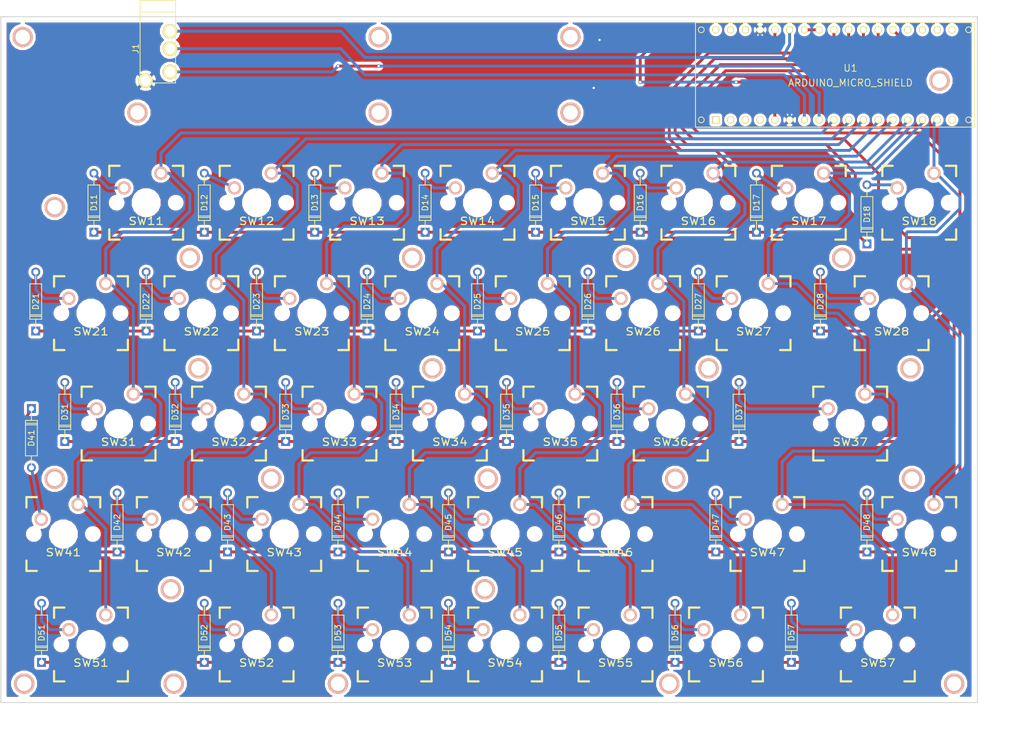
<source format=kicad_pcb>
(kicad_pcb (version 4) (host pcbnew 4.0.1-stable)
  (layers (0 F.Cu signal) (31 B.Cu signal) (34 B.Paste user) (35 F.Paste user) (36 B.SilkS user) (37 F.SilkS user) (38 B.Mask user) (39 F.Mask user) (44 Edge.Cuts user))
  (net 0 "")
  (net 1 /INPUT1)
  (net 2 "Net-(D11-Pad2)")
  (net 3 "Net-(D12-Pad2)")
  (net 4 "Net-(D13-Pad2)")
  (net 5 "Net-(D14-Pad2)")
  (net 6 "Net-(D15-Pad2)")
  (net 7 "Net-(D16-Pad2)")
  (net 8 "Net-(D17-Pad2)")
  (net 9 /INPUT2)
  (net 10 "Net-(D21-Pad2)")
  (net 11 "Net-(D22-Pad2)")
  (net 12 "Net-(D23-Pad2)")
  (net 13 "Net-(D24-Pad2)")
  (net 14 "Net-(D25-Pad2)")
  (net 15 "Net-(D26-Pad2)")
  (net 16 "Net-(D27-Pad2)")
  (net 17 "Net-(D28-Pad2)")
  (net 18 /INPUT3)
  (net 19 "Net-(D31-Pad2)")
  (net 20 "Net-(D32-Pad2)")
  (net 21 "Net-(D33-Pad2)")
  (net 22 "Net-(D34-Pad2)")
  (net 23 "Net-(D35-Pad2)")
  (net 24 "Net-(D36-Pad2)")
  (net 25 "Net-(D37-Pad2)")
  (net 26 /INPUT4)
  (net 27 "Net-(D41-Pad2)")
  (net 28 "Net-(D42-Pad2)")
  (net 29 "Net-(D43-Pad2)")
  (net 30 "Net-(D44-Pad2)")
  (net 31 "Net-(D45-Pad2)")
  (net 32 "Net-(D46-Pad2)")
  (net 33 "Net-(D47-Pad2)")
  (net 34 "Net-(D48-Pad2)")
  (net 35 /INPUT5)
  (net 36 "Net-(D51-Pad2)")
  (net 37 "Net-(D52-Pad2)")
  (net 38 "Net-(D54-Pad2)")
  (net 39 VCC)
  (net 40 /SDA)
  (net 41 /SCL)
  (net 42 /OUTPUT1)
  (net 43 /OUTPUT2)
  (net 44 /OUTPUT3)
  (net 45 /OUTPUT4)
  (net 46 /OUTPUT5)
  (net 47 /OUTPUT6)
  (net 48 /OUTPUT7)
  (net 49 /OUTPUT8)
  (net 50 "Net-(U1-PadRST)")
  (net 51 "Net-(U1-PadNC)")
  (net 52 "Net-(D53-Pad2)")
  (net 53 "Net-(D55-Pad2)")
  (net 54 "Net-(D56-Pad2)")
  (net 55 "Net-(D57-Pad2)")
  (net 56 GND)
  (net 57 "Net-(D18-Pad2)")
  (module MyFootprint:CHERRY_PLATE_175H (layer F.Cu) (at 185.875 136)
    (fp_text reference SW57 (at 0 3.175) (layer F.SilkS) (effects (font (size 1.27 1.524) (thickness 0.2032))))
    (fp_text value SW_PUSH hide)
    (pad 1 thru_hole circle (at 2.54 -5.08) (size 2.286 2.286) (drill 1.4986) (layers *.Cu *.SilkS *.Mask) (net 48 /OUTPUT7))
    (pad 2 thru_hole circle (at -3.81 -2.54) (size 2.286 2.286) (drill 1.4986) (layers *.Cu *.SilkS *.Mask) (net 55 "Net-(D57-Pad2)"))
    (pad HOLE np_thru_hole circle (at 0 0) (size 3.9878 3.9878) (drill 3.9878) (layers *.Cu))
    (pad HOLE np_thru_hole circle (at -5.08 0) (size 1.7018 1.7018) (drill 1.7018) (layers *.Cu))
    (pad HOLE np_thru_hole circle (at 5.08 0) (size 1.7018 1.7018) (drill 1.7018) (layers *.Cu))
  )
  (module Discret:DO-41 (layer F.Cu) (at 51 60 270)
    (fp_text reference D11 (at 0 0 270) (layer F.SilkS))
    (fp_text value D)
    (pad 1 thru_hole rect (at 5.08 0 270) (size 1.524 1.524) (drill 0.889) (layers *.Cu *.Mask) (net 1 /INPUT1))
    (pad 2 thru_hole circle (at -5.08 0 270) (size 1.524 1.524) (drill 0.889) (layers *.Cu *.Mask) (net 2 "Net-(D11-Pad2)"))
  )
  (module Discret:DO-41 (layer F.Cu) (at 70 60 270)
    (fp_text reference D12 (at 0 0 270) (layer F.SilkS))
    (fp_text value D)
    (pad 1 thru_hole rect (at 5.08 0 270) (size 1.524 1.524) (drill 0.889) (layers *.Cu *.Mask) (net 1 /INPUT1))
    (pad 2 thru_hole circle (at -5.08 0 270) (size 1.524 1.524) (drill 0.889) (layers *.Cu *.Mask) (net 3 "Net-(D12-Pad2)"))
  )
  (module Discret:DO-41 (layer F.Cu) (at 89 60 270)
    (fp_text reference D13 (at 0 0 270) (layer F.SilkS))
    (fp_text value D)
    (pad 1 thru_hole rect (at 5.08 0 270) (size 1.524 1.524) (drill 0.889) (layers *.Cu *.Mask) (net 1 /INPUT1))
    (pad 2 thru_hole circle (at -5.08 0 270) (size 1.524 1.524) (drill 0.889) (layers *.Cu *.Mask) (net 4 "Net-(D13-Pad2)"))
  )
  (module Discret:DO-41 (layer F.Cu) (at 108 60 270)
    (fp_text reference D14 (at 0 0 270) (layer F.SilkS))
    (fp_text value D)
    (pad 1 thru_hole rect (at 5.08 0 270) (size 1.524 1.524) (drill 0.889) (layers *.Cu *.Mask) (net 1 /INPUT1))
    (pad 2 thru_hole circle (at -5.08 0 270) (size 1.524 1.524) (drill 0.889) (layers *.Cu *.Mask) (net 5 "Net-(D14-Pad2)"))
  )
  (module Discret:DO-41 (layer F.Cu) (at 127 60 270)
    (fp_text reference D15 (at 0 0 270) (layer F.SilkS))
    (fp_text value D)
    (pad 1 thru_hole rect (at 5.08 0 270) (size 1.524 1.524) (drill 0.889) (layers *.Cu *.Mask) (net 1 /INPUT1))
    (pad 2 thru_hole circle (at -5.08 0 270) (size 1.524 1.524) (drill 0.889) (layers *.Cu *.Mask) (net 6 "Net-(D15-Pad2)"))
  )
  (module Discret:DO-41 (layer F.Cu) (at 145 60 270)
    (fp_text reference D16 (at 0 0 270) (layer F.SilkS))
    (fp_text value D)
    (pad 1 thru_hole rect (at 5.08 0 270) (size 1.524 1.524) (drill 0.889) (layers *.Cu *.Mask) (net 1 /INPUT1))
    (pad 2 thru_hole circle (at -5.08 0 270) (size 1.524 1.524) (drill 0.889) (layers *.Cu *.Mask) (net 7 "Net-(D16-Pad2)"))
  )
  (module Discret:DO-41 (layer F.Cu) (at 165 60 270)
    (fp_text reference D17 (at 0 0 270) (layer F.SilkS))
    (fp_text value D)
    (pad 1 thru_hole rect (at 5.08 0 270) (size 1.524 1.524) (drill 0.889) (layers *.Cu *.Mask) (net 1 /INPUT1))
    (pad 2 thru_hole circle (at -5.08 0 270) (size 1.524 1.524) (drill 0.889) (layers *.Cu *.Mask) (net 8 "Net-(D17-Pad2)"))
  )
  (module Discret:DO-41 (layer F.Cu) (at 41 77 270)
    (fp_text reference D21 (at 0 0 270) (layer F.SilkS))
    (fp_text value D)
    (pad 1 thru_hole rect (at 5.08 0 270) (size 1.524 1.524) (drill 0.889) (layers *.Cu *.Mask) (net 9 /INPUT2))
    (pad 2 thru_hole circle (at -5.08 0 270) (size 1.524 1.524) (drill 0.889) (layers *.Cu *.Mask) (net 10 "Net-(D21-Pad2)"))
  )
  (module Discret:DO-41 (layer F.Cu) (at 60 77 270)
    (fp_text reference D22 (at 0 0 270) (layer F.SilkS))
    (fp_text value D)
    (pad 1 thru_hole rect (at 5.08 0 270) (size 1.524 1.524) (drill 0.889) (layers *.Cu *.Mask) (net 9 /INPUT2))
    (pad 2 thru_hole circle (at -5.08 0 270) (size 1.524 1.524) (drill 0.889) (layers *.Cu *.Mask) (net 11 "Net-(D22-Pad2)"))
  )
  (module Discret:DO-41 (layer F.Cu) (at 79 77 270)
    (fp_text reference D23 (at 0 0 270) (layer F.SilkS))
    (fp_text value D)
    (pad 1 thru_hole rect (at 5.08 0 270) (size 1.524 1.524) (drill 0.889) (layers *.Cu *.Mask) (net 9 /INPUT2))
    (pad 2 thru_hole circle (at -5.08 0 270) (size 1.524 1.524) (drill 0.889) (layers *.Cu *.Mask) (net 12 "Net-(D23-Pad2)"))
  )
  (module Discret:DO-41 (layer F.Cu) (at 98 77 270)
    (fp_text reference D24 (at 0 0 270) (layer F.SilkS))
    (fp_text value D)
    (pad 1 thru_hole rect (at 5.08 0 270) (size 1.524 1.524) (drill 0.889) (layers *.Cu *.Mask) (net 9 /INPUT2))
    (pad 2 thru_hole circle (at -5.08 0 270) (size 1.524 1.524) (drill 0.889) (layers *.Cu *.Mask) (net 13 "Net-(D24-Pad2)"))
  )
  (module Discret:DO-41 (layer F.Cu) (at 117 77 270)
    (fp_text reference D25 (at 0 0 270) (layer F.SilkS))
    (fp_text value D)
    (pad 1 thru_hole rect (at 5.08 0 270) (size 1.524 1.524) (drill 0.889) (layers *.Cu *.Mask) (net 9 /INPUT2))
    (pad 2 thru_hole circle (at -5.08 0 270) (size 1.524 1.524) (drill 0.889) (layers *.Cu *.Mask) (net 14 "Net-(D25-Pad2)"))
  )
  (module Discret:DO-41 (layer F.Cu) (at 136 77 270)
    (fp_text reference D26 (at 0 0 270) (layer F.SilkS))
    (fp_text value D)
    (pad 1 thru_hole rect (at 5.08 0 270) (size 1.524 1.524) (drill 0.889) (layers *.Cu *.Mask) (net 9 /INPUT2))
    (pad 2 thru_hole circle (at -5.08 0 270) (size 1.524 1.524) (drill 0.889) (layers *.Cu *.Mask) (net 15 "Net-(D26-Pad2)"))
  )
  (module Discret:DO-41 (layer F.Cu) (at 155 77 270)
    (fp_text reference D27 (at 0 0 270) (layer F.SilkS))
    (fp_text value D)
    (pad 1 thru_hole rect (at 5.08 0 270) (size 1.524 1.524) (drill 0.889) (layers *.Cu *.Mask) (net 9 /INPUT2))
    (pad 2 thru_hole circle (at -5.08 0 270) (size 1.524 1.524) (drill 0.889) (layers *.Cu *.Mask) (net 16 "Net-(D27-Pad2)"))
  )
  (module Discret:DO-41 (layer F.Cu) (at 176 77 270)
    (fp_text reference D28 (at 0 0 270) (layer F.SilkS))
    (fp_text value D)
    (pad 1 thru_hole rect (at 5.08 0 270) (size 1.524 1.524) (drill 0.889) (layers *.Cu *.Mask) (net 9 /INPUT2))
    (pad 2 thru_hole circle (at -5.08 0 270) (size 1.524 1.524) (drill 0.889) (layers *.Cu *.Mask) (net 17 "Net-(D28-Pad2)"))
  )
  (module Discret:DO-41 (layer F.Cu) (at 46 96 270)
    (fp_text reference D31 (at 0 0 270) (layer F.SilkS))
    (fp_text value D)
    (pad 1 thru_hole rect (at 5.08 0 270) (size 1.524 1.524) (drill 0.889) (layers *.Cu *.Mask) (net 18 /INPUT3))
    (pad 2 thru_hole circle (at -5.08 0 270) (size 1.524 1.524) (drill 0.889) (layers *.Cu *.Mask) (net 19 "Net-(D31-Pad2)"))
  )
  (module Discret:DO-41 (layer F.Cu) (at 65 96 270)
    (fp_text reference D32 (at 0 0 270) (layer F.SilkS))
    (fp_text value D)
    (pad 1 thru_hole rect (at 5.08 0 270) (size 1.524 1.524) (drill 0.889) (layers *.Cu *.Mask) (net 18 /INPUT3))
    (pad 2 thru_hole circle (at -5.08 0 270) (size 1.524 1.524) (drill 0.889) (layers *.Cu *.Mask) (net 20 "Net-(D32-Pad2)"))
  )
  (module Discret:DO-41 (layer F.Cu) (at 84 96 270)
    (fp_text reference D33 (at 0 0 270) (layer F.SilkS))
    (fp_text value D)
    (pad 1 thru_hole rect (at 5.08 0 270) (size 1.524 1.524) (drill 0.889) (layers *.Cu *.Mask) (net 18 /INPUT3))
    (pad 2 thru_hole circle (at -5.08 0 270) (size 1.524 1.524) (drill 0.889) (layers *.Cu *.Mask) (net 21 "Net-(D33-Pad2)"))
  )
  (module Discret:DO-41 (layer F.Cu) (at 103 96 270)
    (fp_text reference D34 (at 0 0 270) (layer F.SilkS))
    (fp_text value D)
    (pad 1 thru_hole rect (at 5.08 0 270) (size 1.524 1.524) (drill 0.889) (layers *.Cu *.Mask) (net 18 /INPUT3))
    (pad 2 thru_hole circle (at -5.08 0 270) (size 1.524 1.524) (drill 0.889) (layers *.Cu *.Mask) (net 22 "Net-(D34-Pad2)"))
  )
  (module Discret:DO-41 (layer F.Cu) (at 122 96 270)
    (fp_text reference D35 (at 0 0 270) (layer F.SilkS))
    (fp_text value D)
    (pad 1 thru_hole rect (at 5.08 0 270) (size 1.524 1.524) (drill 0.889) (layers *.Cu *.Mask) (net 18 /INPUT3))
    (pad 2 thru_hole circle (at -5.08 0 270) (size 1.524 1.524) (drill 0.889) (layers *.Cu *.Mask) (net 23 "Net-(D35-Pad2)"))
  )
  (module Discret:DO-41 (layer F.Cu) (at 141 96 270)
    (fp_text reference D36 (at 0 0 270) (layer F.SilkS))
    (fp_text value D)
    (pad 1 thru_hole rect (at 5.08 0 270) (size 1.524 1.524) (drill 0.889) (layers *.Cu *.Mask) (net 18 /INPUT3))
    (pad 2 thru_hole circle (at -5.08 0 270) (size 1.524 1.524) (drill 0.889) (layers *.Cu *.Mask) (net 24 "Net-(D36-Pad2)"))
  )
  (module Discret:DO-41 (layer F.Cu) (at 162 96 270)
    (fp_text reference D37 (at 0 0 270) (layer F.SilkS))
    (fp_text value D)
    (pad 1 thru_hole rect (at 5.08 0 270) (size 1.524 1.524) (drill 0.889) (layers *.Cu *.Mask) (net 18 /INPUT3))
    (pad 2 thru_hole circle (at -5.08 0 270) (size 1.524 1.524) (drill 0.889) (layers *.Cu *.Mask) (net 25 "Net-(D37-Pad2)"))
  )
  (module Discret:DO-41 (layer F.Cu) (at 40.25 100.5 90)
    (fp_text reference D41 (at 0 0 90) (layer F.SilkS))
    (fp_text value D)
    (pad 1 thru_hole rect (at 5.08 0 90) (size 1.524 1.524) (drill 0.889) (layers *.Cu *.Mask) (net 26 /INPUT4))
    (pad 2 thru_hole circle (at -5.08 0 90) (size 1.524 1.524) (drill 0.889) (layers *.Cu *.Mask) (net 27 "Net-(D41-Pad2)"))
  )
  (module Discret:DO-41 (layer F.Cu) (at 55 115 270)
    (fp_text reference D42 (at 0 0 270) (layer F.SilkS))
    (fp_text value D)
    (pad 1 thru_hole rect (at 5.08 0 270) (size 1.524 1.524) (drill 0.889) (layers *.Cu *.Mask) (net 26 /INPUT4))
    (pad 2 thru_hole circle (at -5.08 0 270) (size 1.524 1.524) (drill 0.889) (layers *.Cu *.Mask) (net 28 "Net-(D42-Pad2)"))
  )
  (module Discret:DO-41 (layer F.Cu) (at 74 115 270)
    (fp_text reference D43 (at 0 0 270) (layer F.SilkS))
    (fp_text value D)
    (pad 1 thru_hole rect (at 5.08 0 270) (size 1.524 1.524) (drill 0.889) (layers *.Cu *.Mask) (net 26 /INPUT4))
    (pad 2 thru_hole circle (at -5.08 0 270) (size 1.524 1.524) (drill 0.889) (layers *.Cu *.Mask) (net 29 "Net-(D43-Pad2)"))
  )
  (module Discret:DO-41 (layer F.Cu) (at 93 115 270)
    (fp_text reference D44 (at 0 0 270) (layer F.SilkS))
    (fp_text value D)
    (pad 1 thru_hole rect (at 5.08 0 270) (size 1.524 1.524) (drill 0.889) (layers *.Cu *.Mask) (net 26 /INPUT4))
    (pad 2 thru_hole circle (at -5.08 0 270) (size 1.524 1.524) (drill 0.889) (layers *.Cu *.Mask) (net 30 "Net-(D44-Pad2)"))
  )
  (module Discret:DO-41 (layer F.Cu) (at 112 115 270)
    (fp_text reference D45 (at 0 0 270) (layer F.SilkS))
    (fp_text value D)
    (pad 1 thru_hole rect (at 5.08 0 270) (size 1.524 1.524) (drill 0.889) (layers *.Cu *.Mask) (net 26 /INPUT4))
    (pad 2 thru_hole circle (at -5.08 0 270) (size 1.524 1.524) (drill 0.889) (layers *.Cu *.Mask) (net 31 "Net-(D45-Pad2)"))
  )
  (module Discret:DO-41 (layer F.Cu) (at 131 115 270)
    (fp_text reference D46 (at 0 0 270) (layer F.SilkS))
    (fp_text value D)
    (pad 1 thru_hole rect (at 5.08 0 270) (size 1.524 1.524) (drill 0.889) (layers *.Cu *.Mask) (net 26 /INPUT4))
    (pad 2 thru_hole circle (at -5.08 0 270) (size 1.524 1.524) (drill 0.889) (layers *.Cu *.Mask) (net 32 "Net-(D46-Pad2)"))
  )
  (module Discret:DO-41 (layer F.Cu) (at 158 115 270)
    (fp_text reference D47 (at 0 0 270) (layer F.SilkS))
    (fp_text value D)
    (pad 1 thru_hole rect (at 5.08 0 270) (size 1.524 1.524) (drill 0.889) (layers *.Cu *.Mask) (net 26 /INPUT4))
    (pad 2 thru_hole circle (at -5.08 0 270) (size 1.524 1.524) (drill 0.889) (layers *.Cu *.Mask) (net 33 "Net-(D47-Pad2)"))
  )
  (module Discret:DO-41 (layer F.Cu) (at 184 115 270)
    (fp_text reference D48 (at 0 0 270) (layer F.SilkS))
    (fp_text value D)
    (pad 1 thru_hole rect (at 5.08 0 270) (size 1.524 1.524) (drill 0.889) (layers *.Cu *.Mask) (net 26 /INPUT4))
    (pad 2 thru_hole circle (at -5.08 0 270) (size 1.524 1.524) (drill 0.889) (layers *.Cu *.Mask) (net 34 "Net-(D48-Pad2)"))
  )
  (module Discret:DO-41 (layer F.Cu) (at 42 134 270)
    (fp_text reference D51 (at 0 0 270) (layer F.SilkS))
    (fp_text value D)
    (pad 1 thru_hole rect (at 5.08 0 270) (size 1.524 1.524) (drill 0.889) (layers *.Cu *.Mask) (net 35 /INPUT5))
    (pad 2 thru_hole circle (at -5.08 0 270) (size 1.524 1.524) (drill 0.889) (layers *.Cu *.Mask) (net 36 "Net-(D51-Pad2)"))
  )
  (module Discret:DO-41 (layer F.Cu) (at 70 134 270)
    (fp_text reference D52 (at 0 0 270) (layer F.SilkS))
    (fp_text value D)
    (pad 1 thru_hole rect (at 5.08 0 270) (size 1.524 1.524) (drill 0.889) (layers *.Cu *.Mask) (net 35 /INPUT5))
    (pad 2 thru_hole circle (at -5.08 0 270) (size 1.524 1.524) (drill 0.889) (layers *.Cu *.Mask) (net 37 "Net-(D52-Pad2)"))
  )
  (module Discret:DO-41 (layer F.Cu) (at 112 134 270)
    (fp_text reference D54 (at 0 0 270) (layer F.SilkS))
    (fp_text value D)
    (pad 1 thru_hole rect (at 5.08 0 270) (size 1.524 1.524) (drill 0.889) (layers *.Cu *.Mask) (net 35 /INPUT5))
    (pad 2 thru_hole circle (at -5.08 0 270) (size 1.524 1.524) (drill 0.889) (layers *.Cu *.Mask) (net 38 "Net-(D54-Pad2)"))
  )
  (module MyFootprint:CHERRY_PLATE_100H (layer F.Cu) (at 60 60)
    (fp_text reference SW11 (at 0 3.175) (layer F.SilkS) (effects (font (size 1.27 1.524) (thickness 0.2032))))
    (fp_text value SW_PUSH hide)
    (pad 1 thru_hole circle (at 2.54 -5.08) (size 2.286 2.286) (drill 1.4986) (layers *.Cu *.SilkS *.Mask) (net 42 /OUTPUT1))
    (pad 2 thru_hole circle (at -3.81 -2.54) (size 2.286 2.286) (drill 1.4986) (layers *.Cu *.SilkS *.Mask) (net 2 "Net-(D11-Pad2)"))
    (pad HOLE np_thru_hole circle (at 0 0) (size 3.9878 3.9878) (drill 3.9878) (layers *.Cu))
    (pad HOLE np_thru_hole circle (at -5.08 0) (size 1.7018 1.7018) (drill 1.7018) (layers *.Cu))
    (pad HOLE np_thru_hole circle (at 5.08 0) (size 1.7018 1.7018) (drill 1.7018) (layers *.Cu))
  )
  (module MyFootprint:CHERRY_PLATE_100H (layer F.Cu) (at 79 60)
    (fp_text reference SW12 (at 0 3.175) (layer F.SilkS) (effects (font (size 1.27 1.524) (thickness 0.2032))))
    (fp_text value SW_PUSH hide)
    (pad 1 thru_hole circle (at 2.54 -5.08) (size 2.286 2.286) (drill 1.4986) (layers *.Cu *.SilkS *.Mask) (net 43 /OUTPUT2))
    (pad 2 thru_hole circle (at -3.81 -2.54) (size 2.286 2.286) (drill 1.4986) (layers *.Cu *.SilkS *.Mask) (net 3 "Net-(D12-Pad2)"))
    (pad HOLE np_thru_hole circle (at 0 0) (size 3.9878 3.9878) (drill 3.9878) (layers *.Cu))
    (pad HOLE np_thru_hole circle (at -5.08 0) (size 1.7018 1.7018) (drill 1.7018) (layers *.Cu))
    (pad HOLE np_thru_hole circle (at 5.08 0) (size 1.7018 1.7018) (drill 1.7018) (layers *.Cu))
  )
  (module MyFootprint:CHERRY_PLATE_100H (layer F.Cu) (at 98 60)
    (fp_text reference SW13 (at 0 3.175) (layer F.SilkS) (effects (font (size 1.27 1.524) (thickness 0.2032))))
    (fp_text value SW_PUSH hide)
    (pad 1 thru_hole circle (at 2.54 -5.08) (size 2.286 2.286) (drill 1.4986) (layers *.Cu *.SilkS *.Mask) (net 44 /OUTPUT3))
    (pad 2 thru_hole circle (at -3.81 -2.54) (size 2.286 2.286) (drill 1.4986) (layers *.Cu *.SilkS *.Mask) (net 4 "Net-(D13-Pad2)"))
    (pad HOLE np_thru_hole circle (at 0 0) (size 3.9878 3.9878) (drill 3.9878) (layers *.Cu))
    (pad HOLE np_thru_hole circle (at -5.08 0) (size 1.7018 1.7018) (drill 1.7018) (layers *.Cu))
    (pad HOLE np_thru_hole circle (at 5.08 0) (size 1.7018 1.7018) (drill 1.7018) (layers *.Cu))
  )
  (module MyFootprint:CHERRY_PLATE_100H (layer F.Cu) (at 117 60)
    (fp_text reference SW14 (at 0 3.175) (layer F.SilkS) (effects (font (size 1.27 1.524) (thickness 0.2032))))
    (fp_text value SW_PUSH hide)
    (pad 1 thru_hole circle (at 2.54 -5.08) (size 2.286 2.286) (drill 1.4986) (layers *.Cu *.SilkS *.Mask) (net 45 /OUTPUT4))
    (pad 2 thru_hole circle (at -3.81 -2.54) (size 2.286 2.286) (drill 1.4986) (layers *.Cu *.SilkS *.Mask) (net 5 "Net-(D14-Pad2)"))
    (pad HOLE np_thru_hole circle (at 0 0) (size 3.9878 3.9878) (drill 3.9878) (layers *.Cu))
    (pad HOLE np_thru_hole circle (at -5.08 0) (size 1.7018 1.7018) (drill 1.7018) (layers *.Cu))
    (pad HOLE np_thru_hole circle (at 5.08 0) (size 1.7018 1.7018) (drill 1.7018) (layers *.Cu))
  )
  (module MyFootprint:CHERRY_PLATE_100H (layer F.Cu) (at 136 60)
    (fp_text reference SW15 (at 0 3.175) (layer F.SilkS) (effects (font (size 1.27 1.524) (thickness 0.2032))))
    (fp_text value SW_PUSH hide)
    (pad 1 thru_hole circle (at 2.54 -5.08) (size 2.286 2.286) (drill 1.4986) (layers *.Cu *.SilkS *.Mask) (net 46 /OUTPUT5))
    (pad 2 thru_hole circle (at -3.81 -2.54) (size 2.286 2.286) (drill 1.4986) (layers *.Cu *.SilkS *.Mask) (net 6 "Net-(D15-Pad2)"))
    (pad HOLE np_thru_hole circle (at 0 0) (size 3.9878 3.9878) (drill 3.9878) (layers *.Cu))
    (pad HOLE np_thru_hole circle (at -5.08 0) (size 1.7018 1.7018) (drill 1.7018) (layers *.Cu))
    (pad HOLE np_thru_hole circle (at 5.08 0) (size 1.7018 1.7018) (drill 1.7018) (layers *.Cu))
  )
  (module MyFootprint:CHERRY_PLATE_100H (layer F.Cu) (at 155 60)
    (fp_text reference SW16 (at 0 3.175) (layer F.SilkS) (effects (font (size 1.27 1.524) (thickness 0.2032))))
    (fp_text value SW_PUSH hide)
    (pad 1 thru_hole circle (at 2.54 -5.08) (size 2.286 2.286) (drill 1.4986) (layers *.Cu *.SilkS *.Mask) (net 47 /OUTPUT6))
    (pad 2 thru_hole circle (at -3.81 -2.54) (size 2.286 2.286) (drill 1.4986) (layers *.Cu *.SilkS *.Mask) (net 7 "Net-(D16-Pad2)"))
    (pad HOLE np_thru_hole circle (at 0 0) (size 3.9878 3.9878) (drill 3.9878) (layers *.Cu))
    (pad HOLE np_thru_hole circle (at -5.08 0) (size 1.7018 1.7018) (drill 1.7018) (layers *.Cu))
    (pad HOLE np_thru_hole circle (at 5.08 0) (size 1.7018 1.7018) (drill 1.7018) (layers *.Cu))
  )
  (module MyFootprint:CHERRY_PLATE_100H (layer F.Cu) (at 50.5 79)
    (fp_text reference SW21 (at 0 3.175) (layer F.SilkS) (effects (font (size 1.27 1.524) (thickness 0.2032))))
    (fp_text value SW_PUSH hide)
    (pad 1 thru_hole circle (at 2.54 -5.08) (size 2.286 2.286) (drill 1.4986) (layers *.Cu *.SilkS *.Mask) (net 42 /OUTPUT1))
    (pad 2 thru_hole circle (at -3.81 -2.54) (size 2.286 2.286) (drill 1.4986) (layers *.Cu *.SilkS *.Mask) (net 10 "Net-(D21-Pad2)"))
    (pad HOLE np_thru_hole circle (at 0 0) (size 3.9878 3.9878) (drill 3.9878) (layers *.Cu))
    (pad HOLE np_thru_hole circle (at -5.08 0) (size 1.7018 1.7018) (drill 1.7018) (layers *.Cu))
    (pad HOLE np_thru_hole circle (at 5.08 0) (size 1.7018 1.7018) (drill 1.7018) (layers *.Cu))
  )
  (module MyFootprint:CHERRY_PLATE_100H (layer F.Cu) (at 69.5 79)
    (fp_text reference SW22 (at 0 3.175) (layer F.SilkS) (effects (font (size 1.27 1.524) (thickness 0.2032))))
    (fp_text value SW_PUSH hide)
    (pad 1 thru_hole circle (at 2.54 -5.08) (size 2.286 2.286) (drill 1.4986) (layers *.Cu *.SilkS *.Mask) (net 43 /OUTPUT2))
    (pad 2 thru_hole circle (at -3.81 -2.54) (size 2.286 2.286) (drill 1.4986) (layers *.Cu *.SilkS *.Mask) (net 11 "Net-(D22-Pad2)"))
    (pad HOLE np_thru_hole circle (at 0 0) (size 3.9878 3.9878) (drill 3.9878) (layers *.Cu))
    (pad HOLE np_thru_hole circle (at -5.08 0) (size 1.7018 1.7018) (drill 1.7018) (layers *.Cu))
    (pad HOLE np_thru_hole circle (at 5.08 0) (size 1.7018 1.7018) (drill 1.7018) (layers *.Cu))
  )
  (module MyFootprint:CHERRY_PLATE_100H (layer F.Cu) (at 88.5 79)
    (fp_text reference SW23 (at 0 3.175) (layer F.SilkS) (effects (font (size 1.27 1.524) (thickness 0.2032))))
    (fp_text value SW_PUSH hide)
    (pad 1 thru_hole circle (at 2.54 -5.08) (size 2.286 2.286) (drill 1.4986) (layers *.Cu *.SilkS *.Mask) (net 44 /OUTPUT3))
    (pad 2 thru_hole circle (at -3.81 -2.54) (size 2.286 2.286) (drill 1.4986) (layers *.Cu *.SilkS *.Mask) (net 12 "Net-(D23-Pad2)"))
    (pad HOLE np_thru_hole circle (at 0 0) (size 3.9878 3.9878) (drill 3.9878) (layers *.Cu))
    (pad HOLE np_thru_hole circle (at -5.08 0) (size 1.7018 1.7018) (drill 1.7018) (layers *.Cu))
    (pad HOLE np_thru_hole circle (at 5.08 0) (size 1.7018 1.7018) (drill 1.7018) (layers *.Cu))
  )
  (module MyFootprint:CHERRY_PLATE_100H (layer F.Cu) (at 107.5 79)
    (fp_text reference SW24 (at 0 3.175) (layer F.SilkS) (effects (font (size 1.27 1.524) (thickness 0.2032))))
    (fp_text value SW_PUSH hide)
    (pad 1 thru_hole circle (at 2.54 -5.08) (size 2.286 2.286) (drill 1.4986) (layers *.Cu *.SilkS *.Mask) (net 45 /OUTPUT4))
    (pad 2 thru_hole circle (at -3.81 -2.54) (size 2.286 2.286) (drill 1.4986) (layers *.Cu *.SilkS *.Mask) (net 13 "Net-(D24-Pad2)"))
    (pad HOLE np_thru_hole circle (at 0 0) (size 3.9878 3.9878) (drill 3.9878) (layers *.Cu))
    (pad HOLE np_thru_hole circle (at -5.08 0) (size 1.7018 1.7018) (drill 1.7018) (layers *.Cu))
    (pad HOLE np_thru_hole circle (at 5.08 0) (size 1.7018 1.7018) (drill 1.7018) (layers *.Cu))
  )
  (module MyFootprint:CHERRY_PLATE_100H (layer F.Cu) (at 126.5 79)
    (fp_text reference SW25 (at 0 3.175) (layer F.SilkS) (effects (font (size 1.27 1.524) (thickness 0.2032))))
    (fp_text value SW_PUSH hide)
    (pad 1 thru_hole circle (at 2.54 -5.08) (size 2.286 2.286) (drill 1.4986) (layers *.Cu *.SilkS *.Mask) (net 46 /OUTPUT5))
    (pad 2 thru_hole circle (at -3.81 -2.54) (size 2.286 2.286) (drill 1.4986) (layers *.Cu *.SilkS *.Mask) (net 14 "Net-(D25-Pad2)"))
    (pad HOLE np_thru_hole circle (at 0 0) (size 3.9878 3.9878) (drill 3.9878) (layers *.Cu))
    (pad HOLE np_thru_hole circle (at -5.08 0) (size 1.7018 1.7018) (drill 1.7018) (layers *.Cu))
    (pad HOLE np_thru_hole circle (at 5.08 0) (size 1.7018 1.7018) (drill 1.7018) (layers *.Cu))
  )
  (module MyFootprint:CHERRY_PLATE_100H (layer F.Cu) (at 145.5 79)
    (fp_text reference SW26 (at 0 3.175) (layer F.SilkS) (effects (font (size 1.27 1.524) (thickness 0.2032))))
    (fp_text value SW_PUSH hide)
    (pad 1 thru_hole circle (at 2.54 -5.08) (size 2.286 2.286) (drill 1.4986) (layers *.Cu *.SilkS *.Mask) (net 47 /OUTPUT6))
    (pad 2 thru_hole circle (at -3.81 -2.54) (size 2.286 2.286) (drill 1.4986) (layers *.Cu *.SilkS *.Mask) (net 15 "Net-(D26-Pad2)"))
    (pad HOLE np_thru_hole circle (at 0 0) (size 3.9878 3.9878) (drill 3.9878) (layers *.Cu))
    (pad HOLE np_thru_hole circle (at -5.08 0) (size 1.7018 1.7018) (drill 1.7018) (layers *.Cu))
    (pad HOLE np_thru_hole circle (at 5.08 0) (size 1.7018 1.7018) (drill 1.7018) (layers *.Cu))
  )
  (module MyFootprint:CHERRY_PLATE_100H (layer F.Cu) (at 164.5 79)
    (fp_text reference SW27 (at 0 3.175) (layer F.SilkS) (effects (font (size 1.27 1.524) (thickness 0.2032))))
    (fp_text value SW_PUSH hide)
    (pad 1 thru_hole circle (at 2.54 -5.08) (size 2.286 2.286) (drill 1.4986) (layers *.Cu *.SilkS *.Mask) (net 48 /OUTPUT7))
    (pad 2 thru_hole circle (at -3.81 -2.54) (size 2.286 2.286) (drill 1.4986) (layers *.Cu *.SilkS *.Mask) (net 16 "Net-(D27-Pad2)"))
    (pad HOLE np_thru_hole circle (at 0 0) (size 3.9878 3.9878) (drill 3.9878) (layers *.Cu))
    (pad HOLE np_thru_hole circle (at -5.08 0) (size 1.7018 1.7018) (drill 1.7018) (layers *.Cu))
    (pad HOLE np_thru_hole circle (at 5.08 0) (size 1.7018 1.7018) (drill 1.7018) (layers *.Cu))
  )
  (module MyFootprint:CHERRY_PLATE_150H (layer F.Cu) (at 188.25 79)
    (fp_text reference SW28 (at 0 3.175) (layer F.SilkS) (effects (font (size 1.27 1.524) (thickness 0.2032))))
    (fp_text value SW_PUSH hide)
    (pad 1 thru_hole circle (at 2.54 -5.08) (size 2.286 2.286) (drill 1.4986) (layers *.Cu *.SilkS *.Mask) (net 49 /OUTPUT8))
    (pad 2 thru_hole circle (at -3.81 -2.54) (size 2.286 2.286) (drill 1.4986) (layers *.Cu *.SilkS *.Mask) (net 17 "Net-(D28-Pad2)"))
    (pad HOLE np_thru_hole circle (at 0 0) (size 3.9878 3.9878) (drill 3.9878) (layers *.Cu))
    (pad HOLE np_thru_hole circle (at -5.08 0) (size 1.7018 1.7018) (drill 1.7018) (layers *.Cu))
    (pad HOLE np_thru_hole circle (at 5.08 0) (size 1.7018 1.7018) (drill 1.7018) (layers *.Cu))
  )
  (module MyFootprint:CHERRY_PLATE_100H (layer F.Cu) (at 55.25 98)
    (fp_text reference SW31 (at 0 3.175) (layer F.SilkS) (effects (font (size 1.27 1.524) (thickness 0.2032))))
    (fp_text value SW_PUSH hide)
    (pad 1 thru_hole circle (at 2.54 -5.08) (size 2.286 2.286) (drill 1.4986) (layers *.Cu *.SilkS *.Mask) (net 42 /OUTPUT1))
    (pad 2 thru_hole circle (at -3.81 -2.54) (size 2.286 2.286) (drill 1.4986) (layers *.Cu *.SilkS *.Mask) (net 19 "Net-(D31-Pad2)"))
    (pad HOLE np_thru_hole circle (at 0 0) (size 3.9878 3.9878) (drill 3.9878) (layers *.Cu))
    (pad HOLE np_thru_hole circle (at -5.08 0) (size 1.7018 1.7018) (drill 1.7018) (layers *.Cu))
    (pad HOLE np_thru_hole circle (at 5.08 0) (size 1.7018 1.7018) (drill 1.7018) (layers *.Cu))
  )
  (module MyFootprint:CHERRY_PLATE_100H (layer F.Cu) (at 74.25 98)
    (fp_text reference SW32 (at 0 3.175) (layer F.SilkS) (effects (font (size 1.27 1.524) (thickness 0.2032))))
    (fp_text value SW_PUSH hide)
    (pad 1 thru_hole circle (at 2.54 -5.08) (size 2.286 2.286) (drill 1.4986) (layers *.Cu *.SilkS *.Mask) (net 43 /OUTPUT2))
    (pad 2 thru_hole circle (at -3.81 -2.54) (size 2.286 2.286) (drill 1.4986) (layers *.Cu *.SilkS *.Mask) (net 20 "Net-(D32-Pad2)"))
    (pad HOLE np_thru_hole circle (at 0 0) (size 3.9878 3.9878) (drill 3.9878) (layers *.Cu))
    (pad HOLE np_thru_hole circle (at -5.08 0) (size 1.7018 1.7018) (drill 1.7018) (layers *.Cu))
    (pad HOLE np_thru_hole circle (at 5.08 0) (size 1.7018 1.7018) (drill 1.7018) (layers *.Cu))
  )
  (module MyFootprint:CHERRY_PLATE_100H (layer F.Cu) (at 93.25 98)
    (fp_text reference SW33 (at 0 3.175) (layer F.SilkS) (effects (font (size 1.27 1.524) (thickness 0.2032))))
    (fp_text value SW_PUSH hide)
    (pad 1 thru_hole circle (at 2.54 -5.08) (size 2.286 2.286) (drill 1.4986) (layers *.Cu *.SilkS *.Mask) (net 44 /OUTPUT3))
    (pad 2 thru_hole circle (at -3.81 -2.54) (size 2.286 2.286) (drill 1.4986) (layers *.Cu *.SilkS *.Mask) (net 21 "Net-(D33-Pad2)"))
    (pad HOLE np_thru_hole circle (at 0 0) (size 3.9878 3.9878) (drill 3.9878) (layers *.Cu))
    (pad HOLE np_thru_hole circle (at -5.08 0) (size 1.7018 1.7018) (drill 1.7018) (layers *.Cu))
    (pad HOLE np_thru_hole circle (at 5.08 0) (size 1.7018 1.7018) (drill 1.7018) (layers *.Cu))
  )
  (module MyFootprint:CHERRY_PLATE_100H (layer F.Cu) (at 112.25 98)
    (fp_text reference SW34 (at 0 3.175) (layer F.SilkS) (effects (font (size 1.27 1.524) (thickness 0.2032))))
    (fp_text value SW_PUSH hide)
    (pad 1 thru_hole circle (at 2.54 -5.08) (size 2.286 2.286) (drill 1.4986) (layers *.Cu *.SilkS *.Mask) (net 45 /OUTPUT4))
    (pad 2 thru_hole circle (at -3.81 -2.54) (size 2.286 2.286) (drill 1.4986) (layers *.Cu *.SilkS *.Mask) (net 22 "Net-(D34-Pad2)"))
    (pad HOLE np_thru_hole circle (at 0 0) (size 3.9878 3.9878) (drill 3.9878) (layers *.Cu))
    (pad HOLE np_thru_hole circle (at -5.08 0) (size 1.7018 1.7018) (drill 1.7018) (layers *.Cu))
    (pad HOLE np_thru_hole circle (at 5.08 0) (size 1.7018 1.7018) (drill 1.7018) (layers *.Cu))
  )
  (module MyFootprint:CHERRY_PLATE_100H (layer F.Cu) (at 131.25 98)
    (fp_text reference SW35 (at 0 3.175) (layer F.SilkS) (effects (font (size 1.27 1.524) (thickness 0.2032))))
    (fp_text value SW_PUSH hide)
    (pad 1 thru_hole circle (at 2.54 -5.08) (size 2.286 2.286) (drill 1.4986) (layers *.Cu *.SilkS *.Mask) (net 46 /OUTPUT5))
    (pad 2 thru_hole circle (at -3.81 -2.54) (size 2.286 2.286) (drill 1.4986) (layers *.Cu *.SilkS *.Mask) (net 23 "Net-(D35-Pad2)"))
    (pad HOLE np_thru_hole circle (at 0 0) (size 3.9878 3.9878) (drill 3.9878) (layers *.Cu))
    (pad HOLE np_thru_hole circle (at -5.08 0) (size 1.7018 1.7018) (drill 1.7018) (layers *.Cu))
    (pad HOLE np_thru_hole circle (at 5.08 0) (size 1.7018 1.7018) (drill 1.7018) (layers *.Cu))
  )
  (module MyFootprint:CHERRY_PLATE_100H (layer F.Cu) (at 150.25 98)
    (fp_text reference SW36 (at 0 3.175) (layer F.SilkS) (effects (font (size 1.27 1.524) (thickness 0.2032))))
    (fp_text value SW_PUSH hide)
    (pad 1 thru_hole circle (at 2.54 -5.08) (size 2.286 2.286) (drill 1.4986) (layers *.Cu *.SilkS *.Mask) (net 47 /OUTPUT6))
    (pad 2 thru_hole circle (at -3.81 -2.54) (size 2.286 2.286) (drill 1.4986) (layers *.Cu *.SilkS *.Mask) (net 24 "Net-(D36-Pad2)"))
    (pad HOLE np_thru_hole circle (at 0 0) (size 3.9878 3.9878) (drill 3.9878) (layers *.Cu))
    (pad HOLE np_thru_hole circle (at -5.08 0) (size 1.7018 1.7018) (drill 1.7018) (layers *.Cu))
    (pad HOLE np_thru_hole circle (at 5.08 0) (size 1.7018 1.7018) (drill 1.7018) (layers *.Cu))
  )
  (module MyFootprint:CHERRY_PLATE_225H (layer F.Cu) (at 181.125 98)
    (fp_text reference SW37 (at 0 3.175) (layer F.SilkS) (effects (font (size 1.27 1.524) (thickness 0.2032))))
    (fp_text value SW_PUSH hide)
    (pad 1 thru_hole circle (at 2.54 -5.08) (size 2.286 2.286) (drill 1.4986) (layers *.Cu *.SilkS *.Mask) (net 48 /OUTPUT7))
    (pad 2 thru_hole circle (at -3.81 -2.54) (size 2.286 2.286) (drill 1.4986) (layers *.Cu *.SilkS *.Mask) (net 25 "Net-(D37-Pad2)"))
    (pad HOLE np_thru_hole circle (at 0 0) (size 3.9878 3.9878) (drill 3.9878) (layers *.Cu))
    (pad HOLE np_thru_hole circle (at -5.08 0) (size 1.7018 1.7018) (drill 1.7018) (layers *.Cu))
    (pad HOLE np_thru_hole circle (at 5.08 0) (size 1.7018 1.7018) (drill 1.7018) (layers *.Cu))
  )
  (module MyFootprint:CHERRY_PLATE_100H (layer F.Cu) (at 45.75 117)
    (fp_text reference SW41 (at 0 3.175) (layer F.SilkS) (effects (font (size 1.27 1.524) (thickness 0.2032))))
    (fp_text value SW_PUSH hide)
    (pad 1 thru_hole circle (at 2.54 -5.08) (size 2.286 2.286) (drill 1.4986) (layers *.Cu *.SilkS *.Mask) (net 42 /OUTPUT1))
    (pad 2 thru_hole circle (at -3.81 -2.54) (size 2.286 2.286) (drill 1.4986) (layers *.Cu *.SilkS *.Mask) (net 27 "Net-(D41-Pad2)"))
    (pad HOLE np_thru_hole circle (at 0 0) (size 3.9878 3.9878) (drill 3.9878) (layers *.Cu))
    (pad HOLE np_thru_hole circle (at -5.08 0) (size 1.7018 1.7018) (drill 1.7018) (layers *.Cu))
    (pad HOLE np_thru_hole circle (at 5.08 0) (size 1.7018 1.7018) (drill 1.7018) (layers *.Cu))
  )
  (module MyFootprint:CHERRY_PLATE_100H (layer F.Cu) (at 64.75 117)
    (fp_text reference SW42 (at 0 3.175) (layer F.SilkS) (effects (font (size 1.27 1.524) (thickness 0.2032))))
    (fp_text value SW_PUSH hide)
    (pad 1 thru_hole circle (at 2.54 -5.08) (size 2.286 2.286) (drill 1.4986) (layers *.Cu *.SilkS *.Mask) (net 43 /OUTPUT2))
    (pad 2 thru_hole circle (at -3.81 -2.54) (size 2.286 2.286) (drill 1.4986) (layers *.Cu *.SilkS *.Mask) (net 28 "Net-(D42-Pad2)"))
    (pad HOLE np_thru_hole circle (at 0 0) (size 3.9878 3.9878) (drill 3.9878) (layers *.Cu))
    (pad HOLE np_thru_hole circle (at -5.08 0) (size 1.7018 1.7018) (drill 1.7018) (layers *.Cu))
    (pad HOLE np_thru_hole circle (at 5.08 0) (size 1.7018 1.7018) (drill 1.7018) (layers *.Cu))
  )
  (module MyFootprint:CHERRY_PLATE_100H (layer F.Cu) (at 83.75 117)
    (fp_text reference SW43 (at 0 3.175) (layer F.SilkS) (effects (font (size 1.27 1.524) (thickness 0.2032))))
    (fp_text value SW_PUSH hide)
    (pad 1 thru_hole circle (at 2.54 -5.08) (size 2.286 2.286) (drill 1.4986) (layers *.Cu *.SilkS *.Mask) (net 44 /OUTPUT3))
    (pad 2 thru_hole circle (at -3.81 -2.54) (size 2.286 2.286) (drill 1.4986) (layers *.Cu *.SilkS *.Mask) (net 29 "Net-(D43-Pad2)"))
    (pad HOLE np_thru_hole circle (at 0 0) (size 3.9878 3.9878) (drill 3.9878) (layers *.Cu))
    (pad HOLE np_thru_hole circle (at -5.08 0) (size 1.7018 1.7018) (drill 1.7018) (layers *.Cu))
    (pad HOLE np_thru_hole circle (at 5.08 0) (size 1.7018 1.7018) (drill 1.7018) (layers *.Cu))
  )
  (module MyFootprint:CHERRY_PLATE_100H (layer F.Cu) (at 102.75 117)
    (fp_text reference SW44 (at 0 3.175) (layer F.SilkS) (effects (font (size 1.27 1.524) (thickness 0.2032))))
    (fp_text value SW_PUSH hide)
    (pad 1 thru_hole circle (at 2.54 -5.08) (size 2.286 2.286) (drill 1.4986) (layers *.Cu *.SilkS *.Mask) (net 45 /OUTPUT4))
    (pad 2 thru_hole circle (at -3.81 -2.54) (size 2.286 2.286) (drill 1.4986) (layers *.Cu *.SilkS *.Mask) (net 30 "Net-(D44-Pad2)"))
    (pad HOLE np_thru_hole circle (at 0 0) (size 3.9878 3.9878) (drill 3.9878) (layers *.Cu))
    (pad HOLE np_thru_hole circle (at -5.08 0) (size 1.7018 1.7018) (drill 1.7018) (layers *.Cu))
    (pad HOLE np_thru_hole circle (at 5.08 0) (size 1.7018 1.7018) (drill 1.7018) (layers *.Cu))
  )
  (module MyFootprint:CHERRY_PLATE_100H (layer F.Cu) (at 121.75 117)
    (fp_text reference SW45 (at 0 3.175) (layer F.SilkS) (effects (font (size 1.27 1.524) (thickness 0.2032))))
    (fp_text value SW_PUSH hide)
    (pad 1 thru_hole circle (at 2.54 -5.08) (size 2.286 2.286) (drill 1.4986) (layers *.Cu *.SilkS *.Mask) (net 46 /OUTPUT5))
    (pad 2 thru_hole circle (at -3.81 -2.54) (size 2.286 2.286) (drill 1.4986) (layers *.Cu *.SilkS *.Mask) (net 31 "Net-(D45-Pad2)"))
    (pad HOLE np_thru_hole circle (at 0 0) (size 3.9878 3.9878) (drill 3.9878) (layers *.Cu))
    (pad HOLE np_thru_hole circle (at -5.08 0) (size 1.7018 1.7018) (drill 1.7018) (layers *.Cu))
    (pad HOLE np_thru_hole circle (at 5.08 0) (size 1.7018 1.7018) (drill 1.7018) (layers *.Cu))
  )
  (module MyFootprint:CHERRY_PLATE_100H (layer F.Cu) (at 140.75 117)
    (fp_text reference SW46 (at 0 3.175) (layer F.SilkS) (effects (font (size 1.27 1.524) (thickness 0.2032))))
    (fp_text value SW_PUSH hide)
    (pad 1 thru_hole circle (at 2.54 -5.08) (size 2.286 2.286) (drill 1.4986) (layers *.Cu *.SilkS *.Mask) (net 47 /OUTPUT6))
    (pad 2 thru_hole circle (at -3.81 -2.54) (size 2.286 2.286) (drill 1.4986) (layers *.Cu *.SilkS *.Mask) (net 32 "Net-(D46-Pad2)"))
    (pad HOLE np_thru_hole circle (at 0 0) (size 3.9878 3.9878) (drill 3.9878) (layers *.Cu))
    (pad HOLE np_thru_hole circle (at -5.08 0) (size 1.7018 1.7018) (drill 1.7018) (layers *.Cu))
    (pad HOLE np_thru_hole circle (at 5.08 0) (size 1.7018 1.7018) (drill 1.7018) (layers *.Cu))
  )
  (module MyFootprint:CHERRY_PLATE_175H (layer F.Cu) (at 166.875 117)
    (fp_text reference SW47 (at 0 3.175) (layer F.SilkS) (effects (font (size 1.27 1.524) (thickness 0.2032))))
    (fp_text value SW_PUSH hide)
    (pad 1 thru_hole circle (at 2.54 -5.08) (size 2.286 2.286) (drill 1.4986) (layers *.Cu *.SilkS *.Mask) (net 48 /OUTPUT7))
    (pad 2 thru_hole circle (at -3.81 -2.54) (size 2.286 2.286) (drill 1.4986) (layers *.Cu *.SilkS *.Mask) (net 33 "Net-(D47-Pad2)"))
    (pad HOLE np_thru_hole circle (at 0 0) (size 3.9878 3.9878) (drill 3.9878) (layers *.Cu))
    (pad HOLE np_thru_hole circle (at -5.08 0) (size 1.7018 1.7018) (drill 1.7018) (layers *.Cu))
    (pad HOLE np_thru_hole circle (at 5.08 0) (size 1.7018 1.7018) (drill 1.7018) (layers *.Cu))
  )
  (module MyFootprint:CHERRY_PLATE_100H (layer F.Cu) (at 193 117)
    (fp_text reference SW48 (at 0 3.175) (layer F.SilkS) (effects (font (size 1.27 1.524) (thickness 0.2032))))
    (fp_text value SW_PUSH hide)
    (pad 1 thru_hole circle (at 2.54 -5.08) (size 2.286 2.286) (drill 1.4986) (layers *.Cu *.SilkS *.Mask) (net 49 /OUTPUT8))
    (pad 2 thru_hole circle (at -3.81 -2.54) (size 2.286 2.286) (drill 1.4986) (layers *.Cu *.SilkS *.Mask) (net 34 "Net-(D48-Pad2)"))
    (pad HOLE np_thru_hole circle (at 0 0) (size 3.9878 3.9878) (drill 3.9878) (layers *.Cu))
    (pad HOLE np_thru_hole circle (at -5.08 0) (size 1.7018 1.7018) (drill 1.7018) (layers *.Cu))
    (pad HOLE np_thru_hole circle (at 5.08 0) (size 1.7018 1.7018) (drill 1.7018) (layers *.Cu))
  )
  (module MyFootprint:CHERRY_PLATE_150H (layer F.Cu) (at 50.5 136)
    (fp_text reference SW51 (at 0 3.175) (layer F.SilkS) (effects (font (size 1.27 1.524) (thickness 0.2032))))
    (fp_text value SW_PUSH hide)
    (pad 1 thru_hole circle (at 2.54 -5.08) (size 2.286 2.286) (drill 1.4986) (layers *.Cu *.SilkS *.Mask) (net 42 /OUTPUT1))
    (pad 2 thru_hole circle (at -3.81 -2.54) (size 2.286 2.286) (drill 1.4986) (layers *.Cu *.SilkS *.Mask) (net 36 "Net-(D51-Pad2)"))
    (pad HOLE np_thru_hole circle (at 0 0) (size 3.9878 3.9878) (drill 3.9878) (layers *.Cu))
    (pad HOLE np_thru_hole circle (at -5.08 0) (size 1.7018 1.7018) (drill 1.7018) (layers *.Cu))
    (pad HOLE np_thru_hole circle (at 5.08 0) (size 1.7018 1.7018) (drill 1.7018) (layers *.Cu))
  )
  (module MyFootprint:CHERRY_PLATE_150H (layer F.Cu) (at 79 136)
    (fp_text reference SW52 (at 0 3.175) (layer F.SilkS) (effects (font (size 1.27 1.524) (thickness 0.2032))))
    (fp_text value SW_PUSH hide)
    (pad 1 thru_hole circle (at 2.54 -5.08) (size 2.286 2.286) (drill 1.4986) (layers *.Cu *.SilkS *.Mask) (net 43 /OUTPUT2))
    (pad 2 thru_hole circle (at -3.81 -2.54) (size 2.286 2.286) (drill 1.4986) (layers *.Cu *.SilkS *.Mask) (net 37 "Net-(D52-Pad2)"))
    (pad HOLE np_thru_hole circle (at 0 0) (size 3.9878 3.9878) (drill 3.9878) (layers *.Cu))
    (pad HOLE np_thru_hole circle (at -5.08 0) (size 1.7018 1.7018) (drill 1.7018) (layers *.Cu))
    (pad HOLE np_thru_hole circle (at 5.08 0) (size 1.7018 1.7018) (drill 1.7018) (layers *.Cu))
  )
  (module MyFootprint:CHERRY_PLATE_100H (layer F.Cu) (at 121.75 136)
    (fp_text reference SW54 (at 0 3.175) (layer F.SilkS) (effects (font (size 1.27 1.524) (thickness 0.2032))))
    (fp_text value SW_PUSH hide)
    (pad 1 thru_hole circle (at 2.54 -5.08) (size 2.286 2.286) (drill 1.4986) (layers *.Cu *.SilkS *.Mask) (net 45 /OUTPUT4))
    (pad 2 thru_hole circle (at -3.81 -2.54) (size 2.286 2.286) (drill 1.4986) (layers *.Cu *.SilkS *.Mask) (net 38 "Net-(D54-Pad2)"))
    (pad HOLE np_thru_hole circle (at 0 0) (size 3.9878 3.9878) (drill 3.9878) (layers *.Cu))
    (pad HOLE np_thru_hole circle (at -5.08 0) (size 1.7018 1.7018) (drill 1.7018) (layers *.Cu))
    (pad HOLE np_thru_hole circle (at 5.08 0) (size 1.7018 1.7018) (drill 1.7018) (layers *.Cu))
  )
  (module arduino_micro_shield:ARDUINO_MICRO_SHIELD (layer F.Cu) (at 154.5 47)
    (fp_text reference U1 (at 26.67 -10.16) (layer F.SilkS) (effects (font (size 1.2 1.2))))
    (fp_text value ARDUINO_MICRO_SHIELD (at 26.67 -7.62) (layer F.SilkS) (effects (font (size 1.2 1.2))))
    (pad SCK thru_hole circle (at 3.5 -16.746) (size 1.2 1.2) (drill 0.8) (layers *.Cu *.Mask F.SilkS))
    (pad MI thru_hole circle (at 6.04 -16.746) (size 1.2 1.2) (drill 0.8) (layers *.Cu *.Mask F.SilkS))
    (pad VI thru_hole circle (at 8.58 -16.746) (size 1.2 1.2) (drill 0.8) (layers *.Cu *.Mask F.SilkS))
    (pad GND thru_hole circle (at 11.12 -16.746) (size 1.2 1.2) (drill 0.8) (layers *.Cu *.Mask F.SilkS) (net 56 GND))
    (pad RST thru_hole circle (at 13.66 -16.746) (size 1.2 1.2) (drill 0.8) (layers *.Cu *.Mask F.SilkS) (net 50 "Net-(U1-PadRST)"))
    (pad 5V thru_hole circle (at 16.2 -16.746) (size 1.2 1.2) (drill 0.8) (layers *.Cu *.Mask F.SilkS) (net 39 VCC))
    (pad NC thru_hole circle (at 18.74 -16.746) (size 1.2 1.2) (drill 0.8) (layers *.Cu *.Mask F.SilkS) (net 51 "Net-(U1-PadNC)"))
    (pad NC thru_hole circle (at 21.28 -16.746) (size 1.2 1.2) (drill 0.8) (layers *.Cu *.Mask F.SilkS) (net 51 "Net-(U1-PadNC)"))
    (pad A5 thru_hole circle (at 23.82 -16.746) (size 1.2 1.2) (drill 0.8) (layers *.Cu *.Mask F.SilkS) (net 1 /INPUT1))
    (pad A4 thru_hole circle (at 26.36 -16.746) (size 1.2 1.2) (drill 0.8) (layers *.Cu *.Mask F.SilkS) (net 9 /INPUT2))
    (pad A3 thru_hole circle (at 28.9 -16.746) (size 1.2 1.2) (drill 0.8) (layers *.Cu *.Mask F.SilkS) (net 18 /INPUT3))
    (pad A2 thru_hole circle (at 31.44 -16.746) (size 1.2 1.2) (drill 0.8) (layers *.Cu *.Mask F.SilkS) (net 26 /INPUT4))
    (pad A1 thru_hole circle (at 33.98 -16.746) (size 1.2 1.2) (drill 0.8) (layers *.Cu *.Mask F.SilkS) (net 35 /INPUT5))
    (pad A0 thru_hole circle (at 36.52 -16.746) (size 1.2 1.2) (drill 0.8) (layers *.Cu *.Mask F.SilkS))
    (pad AREF thru_hole circle (at 39.06 -16.746) (size 1.2 1.2) (drill 0.8) (layers *.Cu *.Mask F.SilkS))
    (pad 3.3V thru_hole circle (at 41.6 -16.746) (size 1.2 1.2) (drill 0.8) (layers *.Cu *.Mask F.SilkS))
    (pad 13 thru_hole circle (at 44.14 -16.746) (size 1.2 1.2) (drill 0.8) (layers *.Cu *.Mask F.SilkS))
    (pad MO thru_hole rect (at 3.5 -1.254) (size 1.2 1.2) (drill 0.8) (layers *.Cu *.Mask F.SilkS))
    (pad SS thru_hole circle (at 6.04 -1.254) (size 1.2 1.2) (drill 0.8) (layers *.Cu *.Mask F.SilkS))
    (pad TX thru_hole circle (at 8.58 -1.254) (size 1.2 1.2) (drill 0.8) (layers *.Cu *.Mask F.SilkS))
    (pad RX thru_hole circle (at 11.12 -1.254) (size 1.2 1.2) (drill 0.8) (layers *.Cu *.Mask F.SilkS))
    (pad RST thru_hole circle (at 13.66 -1.254) (size 1.2 1.2) (drill 0.8) (layers *.Cu *.Mask F.SilkS) (net 50 "Net-(U1-PadRST)"))
    (pad GND thru_hole circle (at 16.2 -1.254) (size 1.2 1.2) (drill 0.8) (layers *.Cu *.Mask F.SilkS) (net 56 GND))
    (pad 2 thru_hole circle (at 18.74 -1.254) (size 1.2 1.2) (drill 0.8) (layers *.Cu *.Mask F.SilkS) (net 40 /SDA))
    (pad 3 thru_hole circle (at 21.28 -1.254) (size 1.2 1.2) (drill 0.8) (layers *.Cu *.Mask F.SilkS) (net 41 /SCL))
    (pad 4 thru_hole circle (at 23.82 -1.254) (size 1.2 1.2) (drill 0.8) (layers *.Cu *.Mask F.SilkS) (net 42 /OUTPUT1))
    (pad 5 thru_hole circle (at 26.36 -1.254) (size 1.2 1.2) (drill 0.8) (layers *.Cu *.Mask F.SilkS) (net 43 /OUTPUT2))
    (pad 6 thru_hole circle (at 28.9 -1.254) (size 1.2 1.2) (drill 0.8) (layers *.Cu *.Mask F.SilkS) (net 44 /OUTPUT3))
    (pad 7 thru_hole circle (at 31.44 -1.254) (size 1.2 1.2) (drill 0.8) (layers *.Cu *.Mask F.SilkS) (net 45 /OUTPUT4))
    (pad 8 thru_hole circle (at 33.98 -1.254) (size 1.2 1.2) (drill 0.8) (layers *.Cu *.Mask F.SilkS) (net 46 /OUTPUT5))
    (pad 9 thru_hole circle (at 36.52 -1.254) (size 1.2 1.2) (drill 0.8) (layers *.Cu *.Mask F.SilkS) (net 47 /OUTPUT6))
    (pad 10 thru_hole circle (at 39.06 -1.254) (size 1.2 1.2) (drill 0.8) (layers *.Cu *.Mask F.SilkS) (net 48 /OUTPUT7))
    (pad 11 thru_hole circle (at 41.6 -1.254) (size 1.2 1.2) (drill 0.8) (layers *.Cu *.Mask F.SilkS) (net 49 /OUTPUT8))
    (pad 12 thru_hole circle (at 44.14 -1.254) (size 1.2 1.2) (drill 0.8) (layers *.Cu *.Mask F.SilkS))
  )
  (module Discret:DO-41 (layer F.Cu) (at 93 134 270)
    (fp_text reference D53 (at 0 0 270) (layer F.SilkS))
    (fp_text value D)
    (pad 1 thru_hole rect (at 5.08 0 270) (size 1.524 1.524) (drill 0.889) (layers *.Cu *.Mask) (net 35 /INPUT5))
    (pad 2 thru_hole circle (at -5.08 0 270) (size 1.524 1.524) (drill 0.889) (layers *.Cu *.Mask) (net 52 "Net-(D53-Pad2)"))
  )
  (module Discret:DO-41 (layer F.Cu) (at 131 134 270)
    (fp_text reference D55 (at 0 0 270) (layer F.SilkS))
    (fp_text value D)
    (pad 1 thru_hole rect (at 5.08 0 270) (size 1.524 1.524) (drill 0.889) (layers *.Cu *.Mask) (net 35 /INPUT5))
    (pad 2 thru_hole circle (at -5.08 0 270) (size 1.524 1.524) (drill 0.889) (layers *.Cu *.Mask) (net 53 "Net-(D55-Pad2)"))
  )
  (module Discret:DO-41 (layer F.Cu) (at 151 134 270)
    (fp_text reference D56 (at 0 0 270) (layer F.SilkS))
    (fp_text value D)
    (pad 1 thru_hole rect (at 5.08 0 270) (size 1.524 1.524) (drill 0.889) (layers *.Cu *.Mask) (net 35 /INPUT5))
    (pad 2 thru_hole circle (at -5.08 0 270) (size 1.524 1.524) (drill 0.889) (layers *.Cu *.Mask) (net 54 "Net-(D56-Pad2)"))
  )
  (module Discret:DO-41 (layer F.Cu) (at 171 134 270)
    (fp_text reference D57 (at 0 0 270) (layer F.SilkS))
    (fp_text value D)
    (pad 1 thru_hole rect (at 5.08 0 270) (size 1.524 1.524) (drill 0.889) (layers *.Cu *.Mask) (net 35 /INPUT5))
    (pad 2 thru_hole circle (at -5.08 0 270) (size 1.524 1.524) (drill 0.889) (layers *.Cu *.Mask) (net 55 "Net-(D57-Pad2)"))
  )
  (module MyFootprint:CHERRY_PLATE_100H (layer F.Cu) (at 102.75 136)
    (fp_text reference SW53 (at 0 3.175) (layer F.SilkS) (effects (font (size 1.27 1.524) (thickness 0.2032))))
    (fp_text value SW_PUSH hide)
    (pad 1 thru_hole circle (at 2.54 -5.08) (size 2.286 2.286) (drill 1.4986) (layers *.Cu *.SilkS *.Mask) (net 44 /OUTPUT3))
    (pad 2 thru_hole circle (at -3.81 -2.54) (size 2.286 2.286) (drill 1.4986) (layers *.Cu *.SilkS *.Mask) (net 52 "Net-(D53-Pad2)"))
    (pad HOLE np_thru_hole circle (at 0 0) (size 3.9878 3.9878) (drill 3.9878) (layers *.Cu))
    (pad HOLE np_thru_hole circle (at -5.08 0) (size 1.7018 1.7018) (drill 1.7018) (layers *.Cu))
    (pad HOLE np_thru_hole circle (at 5.08 0) (size 1.7018 1.7018) (drill 1.7018) (layers *.Cu))
  )
  (module MyFootprint:CHERRY_PLATE_100H (layer F.Cu) (at 140.75 136)
    (fp_text reference SW55 (at 0 3.175) (layer F.SilkS) (effects (font (size 1.27 1.524) (thickness 0.2032))))
    (fp_text value SW_PUSH hide)
    (pad 1 thru_hole circle (at 2.54 -5.08) (size 2.286 2.286) (drill 1.4986) (layers *.Cu *.SilkS *.Mask) (net 46 /OUTPUT5))
    (pad 2 thru_hole circle (at -3.81 -2.54) (size 2.286 2.286) (drill 1.4986) (layers *.Cu *.SilkS *.Mask) (net 53 "Net-(D55-Pad2)"))
    (pad HOLE np_thru_hole circle (at 0 0) (size 3.9878 3.9878) (drill 3.9878) (layers *.Cu))
    (pad HOLE np_thru_hole circle (at -5.08 0) (size 1.7018 1.7018) (drill 1.7018) (layers *.Cu))
    (pad HOLE np_thru_hole circle (at 5.08 0) (size 1.7018 1.7018) (drill 1.7018) (layers *.Cu))
  )
  (module MyFootprint:CHERRY_PLATE_100H (layer F.Cu) (at 159.75 136)
    (fp_text reference SW56 (at 0 3.175) (layer F.SilkS) (effects (font (size 1.27 1.524) (thickness 0.2032))))
    (fp_text value SW_PUSH hide)
    (pad 1 thru_hole circle (at 2.54 -5.08) (size 2.286 2.286) (drill 1.4986) (layers *.Cu *.SilkS *.Mask) (net 47 /OUTPUT6))
    (pad 2 thru_hole circle (at -3.81 -2.54) (size 2.286 2.286) (drill 1.4986) (layers *.Cu *.SilkS *.Mask) (net 54 "Net-(D56-Pad2)"))
    (pad HOLE np_thru_hole circle (at 0 0) (size 3.9878 3.9878) (drill 3.9878) (layers *.Cu))
    (pad HOLE np_thru_hole circle (at -5.08 0) (size 1.7018 1.7018) (drill 1.7018) (layers *.Cu))
    (pad HOLE np_thru_hole circle (at 5.08 0) (size 1.7018 1.7018) (drill 1.7018) (layers *.Cu))
  )
  (module Discret:DO-41 (layer F.Cu) (at 184 62 270)
    (fp_text reference D18 (at 0 0 270) (layer F.SilkS))
    (fp_text value D)
    (pad 1 thru_hole rect (at 5.08 0 270) (size 1.524 1.524) (drill 0.889) (layers *.Cu *.Mask) (net 1 /INPUT1))
    (pad 2 thru_hole circle (at -5.08 0 270) (size 1.524 1.524) (drill 0.889) (layers *.Cu *.Mask) (net 57 "Net-(D18-Pad2)"))
  )
  (module MyFootprint:CHERRY_PLATE_100H (layer F.Cu) (at 174 60)
    (fp_text reference SW17 (at 0 3.175) (layer F.SilkS) (effects (font (size 1.27 1.524) (thickness 0.2032))))
    (fp_text value SW_PUSH hide)
    (pad 1 thru_hole circle (at 2.54 -5.08) (size 2.286 2.286) (drill 1.4986) (layers *.Cu *.SilkS *.Mask) (net 48 /OUTPUT7))
    (pad 2 thru_hole circle (at -3.81 -2.54) (size 2.286 2.286) (drill 1.4986) (layers *.Cu *.SilkS *.Mask) (net 8 "Net-(D17-Pad2)"))
    (pad HOLE np_thru_hole circle (at 0 0) (size 3.9878 3.9878) (drill 3.9878) (layers *.Cu))
    (pad HOLE np_thru_hole circle (at -5.08 0) (size 1.7018 1.7018) (drill 1.7018) (layers *.Cu))
    (pad HOLE np_thru_hole circle (at 5.08 0) (size 1.7018 1.7018) (drill 1.7018) (layers *.Cu))
  )
  (module MyFootprint:CHERRY_PLATE_100H (layer F.Cu) (at 193 60)
    (fp_text reference SW18 (at 0 3.175) (layer F.SilkS) (effects (font (size 1.27 1.524) (thickness 0.2032))))
    (fp_text value SW_PUSH hide)
    (pad 1 thru_hole circle (at 2.54 -5.08) (size 2.286 2.286) (drill 1.4986) (layers *.Cu *.SilkS *.Mask) (net 49 /OUTPUT8))
    (pad 2 thru_hole circle (at -3.81 -2.54) (size 2.286 2.286) (drill 1.4986) (layers *.Cu *.SilkS *.Mask) (net 57 "Net-(D18-Pad2)"))
    (pad HOLE np_thru_hole circle (at 0 0) (size 3.9878 3.9878) (drill 3.9878) (layers *.Cu))
    (pad HOLE np_thru_hole circle (at -5.08 0) (size 1.7018 1.7018) (drill 1.7018) (layers *.Cu))
    (pad HOLE np_thru_hole circle (at 5.08 0) (size 1.7018 1.7018) (drill 1.7018) (layers *.Cu))
  )
  (module MyFootprint:m2_neji_hole2.5_head3.5 (layer F.Cu) (at 199 142.25)
    (fp_text reference "" (at 0 0.5) (layer F.SilkS))
    (fp_text value "")
    (pad 1 thru_hole circle (at 0 0.5) (size 3.5 3.5) (drill 2.5) (layers *.Cu *.SilkS *.Mask Eco1.User Eco2.User))
  )
  (module MyFootprint:m2_neji_hole2.5_head3.5 (layer F.Cu) (at 39 142.5)
    (fp_text reference "" (at 0 0.5) (layer F.SilkS))
    (fp_text value "")
    (pad 1 thru_hole circle (at 0 0.25) (size 3.5 3.5) (drill 2.5) (layers *.Cu *.SilkS *.Mask Eco1.User Eco2.User))
  )
  (module MyFootprint:m2_neji_hole2.5_head3.5 (layer F.Cu) (at 150 142.75)
    (fp_text reference "" (at 0 0.5) (layer F.SilkS))
    (fp_text value "")
    (pad 1 thru_hole circle (at 0 0) (size 3.5 3.5) (drill 2.5) (layers *.Cu *.SilkS *.Mask Eco1.User Eco2.User))
  )
  (module MyFootprint:m2_neji_hole2.5_head3.5 (layer F.Cu) (at 93 143)
    (fp_text reference "" (at 0 0.5) (layer F.SilkS))
    (fp_text value "")
    (pad 1 thru_hole circle (at 0 -0.25) (size 3.5 3.5) (drill 2.5) (layers *.Cu *.SilkS *.Mask Eco1.User Eco2.User))
  )
  (module MyFootprint:m2_neji_hole2.5_head3.5 (layer F.Cu) (at 133.25 31.75)
    (fp_text reference "" (at 0 0.5) (layer F.SilkS))
    (fp_text value "")
    (pad 1 thru_hole circle (at -0.25 -0.25) (size 3.5 3.5) (drill 2.5) (layers *.Cu *.SilkS *.Mask Eco1.User Eco2.User))
  )
  (module MyFootprint:m2_neji_hole2.5_head3.5 (layer F.Cu) (at 99.5 31.75)
    (fp_text reference "" (at 0 0.5) (layer F.SilkS))
    (fp_text value "")
    (pad 1 thru_hole circle (at 0.5 -0.25) (size 3.5 3.5) (drill 2.5) (layers *.Cu *.SilkS *.Mask Eco1.User Eco2.User))
  )
  (module MyFootprint:m2_neji_hole2.5_head3.5 (layer F.Cu) (at 38.75 31.5)
    (fp_text reference "" (at 0 0.5) (layer F.SilkS))
    (fp_text value "")
    (pad 1 thru_hole circle (at 0 0) (size 3.5 3.5) (drill 2.5) (layers *.Cu *.SilkS *.Mask Eco1.User Eco2.User))
  )
  (module MyFootprint:m2_neji_hole2.5_head3.5 (layer F.Cu) (at 44.25 107.5)
    (fp_text reference "" (at 0 0.5) (layer F.SilkS))
    (fp_text value "")
    (pad 1 thru_hole circle (at 0 0) (size 3.5 3.5) (drill 2.5) (layers *.Cu *.SilkS *.Mask Eco1.User Eco2.User))
  )
  (module MyFootprint:m2_neji_hole2.5_head3.5 (layer F.Cu) (at 81.5 107.5)
    (fp_text reference "" (at 0 0.5) (layer F.SilkS))
    (fp_text value "")
    (pad ```1 thru_hole circle (at 0 0) (size 3.5 3.5) (drill 2.5) (layers *.Cu *.SilkS *.Mask Eco1.User Eco2.User))
  )
  (module MyFootprint:m2_neji_hole2.5_head3.5 (layer F.Cu) (at 118.75 107.5)
    (fp_text reference "" (at 0 0.5) (layer F.SilkS))
    (fp_text value "")
    (pad 1 thru_hole circle (at 0 0) (size 3.5 3.5) (drill 2.5) (layers *.Cu *.SilkS *.Mask Eco1.User Eco2.User))
  )
  (module MyFootprint:m2_neji_hole2.5_head3.5 (layer F.Cu) (at 151 107.75)
    (fp_text reference "" (at 0 0.5) (layer F.SilkS))
    (fp_text value "")
    (pad 1 thru_hole circle (at 0 -0.25) (size 3.5 3.5) (drill 2.5) (layers *.Cu *.SilkS *.Mask Eco1.User Eco2.User))
  )
  (module MyFootprint:m2_neji_hole2.5_head3.5 (layer F.Cu) (at 191.75 107.5)
    (fp_text reference "" (at 0 0.5) (layer F.SilkS))
    (fp_text value "")
    (pad 1 thru_hole circle (at 0 0) (size 3.5 3.5) (drill 2.5) (layers *.Cu *.SilkS *.Mask Eco1.User Eco2.User))
  )
  (module MyFootprint:m2_neji_hole2.5_head3.5 (layer F.Cu) (at 179.75 69.5)
    (fp_text reference "" (at 0 0.5) (layer F.SilkS))
    (fp_text value "")
    (pad 1 thru_hole circle (at 0 0) (size 3.5 3.5) (drill 2.5) (layers *.Cu *.SilkS *.Mask Eco1.User Eco2.User))
  )
  (module MyFootprint:m2_neji_hole2.5_head3.5 (layer F.Cu) (at 142.5 69.75)
    (fp_text reference "" (at 0 0.5) (layer F.SilkS))
    (fp_text value "")
    (pad 1 thru_hole circle (at 0 -0.25) (size 3.5 3.5) (drill 2.5) (layers *.Cu *.SilkS *.Mask Eco1.User Eco2.User))
  )
  (module MyFootprint:m2_neji_hole2.5_head3.5 (layer F.Cu) (at 105.75 69.5)
    (fp_text reference "" (at 0 0.5) (layer F.SilkS))
    (fp_text value "")
    (pad 1 thru_hole circle (at 0 0) (size 3.5 3.5) (drill 2.5) (layers *.Cu *.SilkS *.Mask Eco1.User Eco2.User))
  )
  (module MyFootprint:m2_neji_hole2.5_head3.5 (layer F.Cu) (at 67.5 69.5)
    (fp_text reference "" (at 0 0.5) (layer F.SilkS))
    (fp_text value "")
    (pad 1 thru_hole circle (at 0 0) (size 3.5 3.5) (drill 2.5) (layers *.Cu *.SilkS *.Mask Eco1.User Eco2.User))
  )
  (module MyFootprint:m2_neji_hole2.5_head3.5 (layer F.Cu) (at 44.25 60.75)
    (fp_text reference "" (at 0 0.5) (layer F.SilkS))
    (fp_text value "")
    (pad 1 thru_hole circle (at 0 0) (size 3.5 3.5) (drill 2.5) (layers *.Cu *.SilkS *.Mask Eco1.User Eco2.User))
  )
  (module MyFootprint:m2_neji_hole2.5_head3.5 (layer F.Cu) (at 196.5 39)
    (fp_text reference "" (at 0 0.5) (layer F.SilkS))
    (fp_text value "")
    (pad 1 thru_hole circle (at 0 0) (size 3.5 3.5) (drill 2.5) (layers *.Cu *.SilkS *.Mask Eco1.User Eco2.User))
  )
  (module MyFootprint:m2_neji_hole2.5_head3.5 (layer F.Cu) (at 64.75 143)
    (fp_text reference "" (at 0 0.5) (layer F.SilkS))
    (fp_text value "")
    (pad 1 thru_hole circle (at 0 -0.25) (size 3.5 3.5) (drill 2.5) (layers *.Cu *.SilkS *.Mask Eco1.User Eco2.User))
  )
  (module MyFootprint:m2_neji_hole2.5_head3.5 (layer F.Cu) (at 133.75 44.5)
    (fp_text reference "" (at 0 0.5) (layer F.SilkS))
    (fp_text value "")
    (pad 1 thru_hole circle (at -0.75 0) (size 3.5 3.5) (drill 2.5) (layers *.Cu *.SilkS *.Mask Eco1.User Eco2.User))
  )
  (module MyFootprint:m2_neji_hole2.5_head3.5 (layer F.Cu) (at 100 44.25)
    (fp_text reference "" (at 0 0.5) (layer F.SilkS))
    (fp_text value "")
    (pad 1 thru_hole circle (at 0 0.25) (size 3.5 3.5) (drill 2.5) (layers *.Cu *.SilkS *.Mask Eco1.User Eco2.User))
  )
  (module MyFootprint:m2_neji_hole2.5_head3.5 (layer F.Cu) (at 58.5 44.25)
    (fp_text reference "" (at 0 0.5) (layer F.SilkS))
    (fp_text value "")
    (pad 1 thru_hole circle (at 0 0.25) (size 3.5 3.5) (drill 2.5) (layers *.Cu *.SilkS *.Mask Eco1.User Eco2.User))
  )
  (module MyFootprint:m2_neji_hole2.5_head3.5 (layer F.Cu) (at 191.5 89)
    (fp_text reference "" (at 0 0.5) (layer F.SilkS))
    (fp_text value "")
    (pad 1 thru_hole circle (at 0 -0.5) (size 3.5 3.5) (drill 2.5) (layers *.Cu *.SilkS *.Mask Eco1.User Eco2.User))
  )
  (module MyFootprint:m2_neji_hole2.5_head3.5 (layer F.Cu) (at 156.75 88.75)
    (fp_text reference "" (at 0 0.5) (layer F.SilkS))
    (fp_text value "")
    (pad 1 thru_hole circle (at 0 -0.25) (size 3.5 3.5) (drill 2.5) (layers *.Cu *.SilkS *.Mask Eco1.User Eco2.User))
  )
  (module MyFootprint:m2_neji_hole2.5_head3.5 (layer F.Cu) (at 109.25 88.5)
    (fp_text reference "" (at 0 0.5) (layer F.SilkS))
    (fp_text value "")
    (pad 1 thru_hole circle (at 0 0) (size 3.5 3.5) (drill 2.5) (layers *.Cu *.SilkS *.Mask Eco1.User Eco2.User))
  )
  (module MyFootprint:m2_neji_hole2.5_head3.5 (layer F.Cu) (at 69 88.25)
    (fp_text reference "" (at 0 0.5) (layer F.SilkS))
    (fp_text value "")
    (pad 1 thru_hole circle (at 0 0.25) (size 3.5 3.5) (drill 2.5) (layers *.Cu *.SilkS *.Mask Eco1.User Eco2.User))
  )
  (module MyFootprint:m2_neji_hole2.5_head3.5 (layer F.Cu) (at 64.25 127.5)
    (fp_text reference "" (at 0 0.5) (layer F.SilkS))
    (fp_text value "")
    (pad 1 thru_hole circle (at 0 -1) (size 3.5 3.5) (drill 2.5) (layers *.Cu *.SilkS *.Mask Eco1.User Eco2.User))
  )
  (module MyFootprint:m2_neji_hole2.5_head3.5 (layer F.Cu) (at 118.25 126.75)
    (fp_text reference "" (at 0 0.5) (layer F.SilkS))
    (fp_text value "")
    (pad 1 thru_hole circle (at 0 -0.25) (size 3.5 3.5) (drill 2.5) (layers *.Cu *.SilkS *.Mask Eco1.User Eco2.User))
  )
  (module MyFootprint:4pin_Jack (layer F.Cu) (at 62 33.5 270)
    (fp_text reference J1 (at 0 3.81 270) (layer F.SilkS))
    (fp_text value 4pin_Jack)
    (pad 1 thru_hole circle (at -3 -2.1 270) (size 2.5 2.5) (drill 1.8) (layers *.Cu *.Mask F.SilkS) (net 39 VCC))
    (pad 2 thru_hole circle (at 0 -2.1 270) (size 2.5 2.5) (drill 1.8) (layers *.Cu *.Mask F.SilkS) (net 40 /SDA))
    (pad 4 thru_hole circle (at 5.5 2.1 270) (size 2.5 2.5) (drill 1.8) (layers *.Cu *.Mask F.SilkS) (net 56 GND))
    (pad 3 thru_hole circle (at 4 -2.1 270) (size 2.5 2.5) (drill 1.8) (layers *.Cu *.Mask F.SilkS) (net 41 /SCL))
  )
  (gr_line (start 35 146) (end 36 146) (angle 90) (layer Edge.Cuts) (width 0.15))
  (gr_line (start 35 28) (end 36 28) (angle 90) (layer Edge.Cuts) (width 0.15))
  (gr_line (start 35 146) (end 35 28) (angle 90) (layer Edge.Cuts) (width 0.15))
  (gr_line (start 203 28.5) (end 203 28) (angle 90) (layer Edge.Cuts) (width 0.15))
  (gr_line (start 203 146) (end 203 28) (angle 90) (layer Edge.Cuts) (width 0.15))
  (gr_line (start 35.5 28) (end 203 28) (angle 90) (layer Edge.Cuts) (width 0.15))
  (gr_line (start 203 146) (end 35.5 146) (angle 90) (layer Edge.Cuts) (width 0.15))
  (segment (start 165 65.08) (end 165 58) (width 0.5) (layer F.Cu) (net 1))
  (segment (start 165 65.08) (end 182 65.08) (width 0.5) (layer F.Cu) (net 1))
  (segment (start 182 65.08) (end 184 67.08) (width 0.5) (layer F.Cu) (net 1))
  (segment (start 178.32 30.254) (end 178.32 33.68) (width 0.5) (layer F.Cu) (net 1))
  (segment (start 178.32 33.68) (end 177.75 34.25) (width 0.5) (layer F.Cu) (net 1))
  (segment (start 177.75 34.25) (end 156.75 34.25) (width 0.5) (layer F.Cu) (net 1))
  (segment (start 156.75 34.25) (end 150 41) (width 0.5) (layer F.Cu) (net 1))
  (segment (start 150 41) (end 150 49) (width 0.5) (layer F.Cu) (net 1))
  (segment (start 150 49) (end 152 51) (width 0.5) (layer F.Cu) (net 1))
  (segment (start 152 51) (end 158 51) (width 0.5) (layer F.Cu) (net 1))
  (segment (start 158 51) (end 165 58) (width 0.5) (layer F.Cu) (net 1))
  (segment (start 145 65.08) (end 145 65) (width 0.5) (layer F.Cu) (net 1))
  (segment (start 145 65.08) (end 165 65.08) (width 0.5) (layer F.Cu) (net 1))
  (segment (start 127 65.08) (end 145 65.08) (width 0.5) (layer F.Cu) (net 1))
  (segment (start 108 65.08) (end 127 65.08) (width 0.5) (layer F.Cu) (net 1))
  (segment (start 89 65.08) (end 108 65.08) (width 0.5) (layer F.Cu) (net 1))
  (segment (start 70 65.08) (end 89 65.08) (width 0.5) (layer F.Cu) (net 1))
  (segment (start 51 65.08) (end 70 65.08) (width 0.5) (layer F.Cu) (net 1))
  (segment (start 51 54.92) (end 51 55) (width 0.5) (layer B.Cu) (net 2))
  (segment (start 53.46 57.46) (end 56.19 57.46) (width 0.5) (layer B.Cu) (net 2))
  (segment (start 51 55) (end 53.46 57.46) (width 0.5) (layer B.Cu) (net 2))
  (segment (start 56.15 57.42) (end 56.19 57.46) (width 0.5) (layer B.Cu) (net 2))
  (segment (start 70 54.92) (end 75.15 57.42) (width 0.5) (layer B.Cu) (net 3))
  (segment (start 75.15 57.42) (end 75.19 57.46) (width 0.5) (layer B.Cu) (net 3))
  (segment (start 89 54.92) (end 89 56) (width 0.5) (layer B.Cu) (net 4))
  (segment (start 90.46 57.46) (end 94.19 57.46) (width 0.5) (layer B.Cu) (net 4))
  (segment (start 89 56) (end 90.46 57.46) (width 0.5) (layer B.Cu) (net 4))
  (segment (start 94.15 57.42) (end 94.19 57.46) (width 0.5) (layer B.Cu) (net 4))
  (segment (start 108 54.92) (end 108 56) (width 0.5) (layer B.Cu) (net 5))
  (segment (start 109.46 57.46) (end 113.19 57.46) (width 0.5) (layer B.Cu) (net 5))
  (segment (start 108 56) (end 109.46 57.46) (width 0.5) (layer B.Cu) (net 5))
  (segment (start 113.15 57.42) (end 113.19 57.46) (width 0.5) (layer B.Cu) (net 5))
  (segment (start 127 54.92) (end 127 56) (width 0.5) (layer B.Cu) (net 6))
  (segment (start 128.46 57.46) (end 132.19 57.46) (width 0.5) (layer B.Cu) (net 6))
  (segment (start 127 56) (end 128.46 57.46) (width 0.5) (layer B.Cu) (net 6))
  (segment (start 132.15 57.42) (end 132.19 57.46) (width 0.5) (layer B.Cu) (net 6))
  (segment (start 145 54.92) (end 145 56) (width 0.5) (layer B.Cu) (net 7))
  (segment (start 146.46 57.46) (end 151.19 57.46) (width 0.5) (layer B.Cu) (net 7))
  (segment (start 145 56) (end 146.46 57.46) (width 0.5) (layer B.Cu) (net 7))
  (segment (start 151.15 57.42) (end 151.19 57.46) (width 0.5) (layer B.Cu) (net 7))
  (segment (start 165 54.92) (end 165 55) (width 0.5) (layer B.Cu) (net 8))
  (segment (start 168.46 57.46) (end 170.19 57.46) (width 0.5) (layer B.Cu) (net 8))
  (segment (start 165 55) (end 168.46 57.46) (width 0.5) (layer B.Cu) (net 8))
  (segment (start 170.15 57.42) (end 170.19 57.46) (width 0.5) (layer B.Cu) (net 8))
  (segment (start 180 53) (end 182 55) (width 0.5) (layer F.Cu) (net 9))
  (segment (start 182 55) (end 182 58) (width 0.5) (layer F.Cu) (net 9))
  (segment (start 180 53) (end 177 50) (width 0.5) (layer F.Cu) (net 9))
  (segment (start 193 68) (end 198 73) (width 0.5) (layer F.Cu) (net 9))
  (segment (start 198 77) (end 192.92 82.08) (width 0.5) (layer F.Cu) (net 9))
  (segment (start 198 73) (end 198 77) (width 0.5) (layer F.Cu) (net 9))
  (segment (start 192.92 82.08) (end 176 82.08) (width 0.5) (layer F.Cu) (net 9))
  (segment (start 182 58) (end 182 61) (width 0.5) (layer F.Cu) (net 9))
  (segment (start 182 61) (end 189 68) (width 0.5) (layer F.Cu) (net 9))
  (segment (start 189 68) (end 193 68) (width 0.5) (layer F.Cu) (net 9))
  (segment (start 180.86 30.254) (end 180.86 34.86) (width 0.5) (layer F.Cu) (net 9))
  (segment (start 180.86 34.86) (end 180.5 35.22) (width 0.5) (layer F.Cu) (net 9))
  (segment (start 180.5 35.22) (end 157.78 35.22) (width 0.5) (layer F.Cu) (net 9))
  (segment (start 157.78 35.22) (end 151 42) (width 0.5) (layer F.Cu) (net 9))
  (segment (start 151 42) (end 151 48) (width 0.5) (layer F.Cu) (net 9))
  (segment (start 151 48) (end 153 50) (width 0.5) (layer F.Cu) (net 9))
  (segment (start 153 50) (end 177 50) (width 0.5) (layer F.Cu) (net 9))
  (segment (start 180.86 30.254) (end 180.86 30.64) (width 0.5) (layer F.Cu) (net 9))
  (segment (start 60 82.08) (end 41 82.08) (width 0.5) (layer F.Cu) (net 9))
  (segment (start 79 82.08) (end 60 82.08) (width 0.5) (layer F.Cu) (net 9))
  (segment (start 98 82.08) (end 79 82.08) (width 0.5) (layer F.Cu) (net 9))
  (segment (start 117 82.08) (end 98 82.08) (width 0.5) (layer F.Cu) (net 9))
  (segment (start 136 82.08) (end 117 82.08) (width 0.5) (layer F.Cu) (net 9))
  (segment (start 155 82.08) (end 136 82.08) (width 0.5) (layer F.Cu) (net 9))
  (segment (start 176 82.08) (end 155 82.08) (width 0.5) (layer F.Cu) (net 9))
  (segment (start 41 71.92) (end 41 75) (width 0.5) (layer B.Cu) (net 10))
  (segment (start 42.46 76.46) (end 46.69 76.46) (width 0.5) (layer B.Cu) (net 10))
  (segment (start 41 75) (end 42.46 76.46) (width 0.5) (layer B.Cu) (net 10))
  (segment (start 46.65 76.42) (end 46.69 76.46) (width 0.5) (layer B.Cu) (net 10))
  (segment (start 60 71.92) (end 60 74) (width 0.5) (layer B.Cu) (net 11))
  (segment (start 62.46 76.46) (end 65.69 76.46) (width 0.5) (layer B.Cu) (net 11))
  (segment (start 60 74) (end 62.46 76.46) (width 0.5) (layer B.Cu) (net 11))
  (segment (start 65.65 76.42) (end 65.69 76.46) (width 0.5) (layer B.Cu) (net 11))
  (segment (start 79 71.92) (end 79 75) (width 0.5) (layer B.Cu) (net 12))
  (segment (start 80.46 76.46) (end 84.69 76.46) (width 0.5) (layer B.Cu) (net 12))
  (segment (start 79 75) (end 80.46 76.46) (width 0.5) (layer B.Cu) (net 12))
  (segment (start 84.65 76.42) (end 84.69 76.46) (width 0.5) (layer B.Cu) (net 12))
  (segment (start 98 71.92) (end 98 74) (width 0.5) (layer B.Cu) (net 13))
  (segment (start 100.46 76.46) (end 103.69 76.46) (width 0.5) (layer B.Cu) (net 13))
  (segment (start 98 74) (end 100.46 76.46) (width 0.5) (layer B.Cu) (net 13))
  (segment (start 103.65 76.42) (end 103.69 76.46) (width 0.5) (layer B.Cu) (net 13))
  (segment (start 117 71.92) (end 117 75) (width 0.5) (layer B.Cu) (net 14))
  (segment (start 118.46 76.46) (end 122.69 76.46) (width 0.5) (layer B.Cu) (net 14))
  (segment (start 117 75) (end 118.46 76.46) (width 0.5) (layer B.Cu) (net 14))
  (segment (start 122.65 76.42) (end 122.69 76.46) (width 0.5) (layer B.Cu) (net 14))
  (segment (start 136 71.92) (end 136 75) (width 0.5) (layer B.Cu) (net 15))
  (segment (start 137.46 76.46) (end 141.69 76.46) (width 0.5) (layer B.Cu) (net 15))
  (segment (start 136 75) (end 137.46 76.46) (width 0.5) (layer B.Cu) (net 15))
  (segment (start 141.65 76.42) (end 141.69 76.46) (width 0.5) (layer B.Cu) (net 15))
  (segment (start 155 71.92) (end 155 74) (width 0.5) (layer B.Cu) (net 16))
  (segment (start 157.46 76.46) (end 160.69 76.46) (width 0.5) (layer B.Cu) (net 16))
  (segment (start 155 74) (end 157.46 76.46) (width 0.5) (layer B.Cu) (net 16))
  (segment (start 155.04 71.96) (end 155 71.92) (width 0.5) (layer B.Cu) (net 16))
  (segment (start 176 71.92) (end 176 75) (width 0.5) (layer B.Cu) (net 17))
  (segment (start 177.46 76.46) (end 184.44 76.46) (width 0.5) (layer B.Cu) (net 17))
  (segment (start 176 75) (end 177.46 76.46) (width 0.5) (layer B.Cu) (net 17))
  (segment (start 184.4 76.42) (end 184.44 76.46) (width 0.5) (layer B.Cu) (net 17))
  (segment (start 184 53) (end 180 49) (width 0.5) (layer F.Cu) (net 18))
  (segment (start 193 66) (end 199 72) (width 0.5) (layer F.Cu) (net 18))
  (segment (start 193 66) (end 191 66) (width 0.5) (layer F.Cu) (net 18))
  (segment (start 186 55) (end 184 53) (width 0.5) (layer F.Cu) (net 18))
  (segment (start 186 61) (end 186 55) (width 0.5) (layer F.Cu) (net 18))
  (segment (start 191 66) (end 186 61) (width 0.5) (layer F.Cu) (net 18))
  (segment (start 183.4 30.254) (end 183.4 34.6) (width 0.5) (layer F.Cu) (net 18))
  (segment (start 154 49) (end 180 49) (width 0.5) (layer F.Cu) (net 18))
  (segment (start 152 47) (end 154 49) (width 0.5) (layer F.Cu) (net 18))
  (segment (start 152 43) (end 152 47) (width 0.5) (layer F.Cu) (net 18))
  (segment (start 158.75 36.25) (end 152 43) (width 0.5) (layer F.Cu) (net 18))
  (segment (start 181.75 36.25) (end 158.75 36.25) (width 0.5) (layer F.Cu) (net 18))
  (segment (start 183.4 34.6) (end 181.75 36.25) (width 0.5) (layer F.Cu) (net 18))
  (segment (start 195.92 101.08) (end 162 101.08) (width 0.5) (layer F.Cu) (net 18))
  (segment (start 199 98) (end 195.92 101.08) (width 0.5) (layer F.Cu) (net 18))
  (segment (start 199 72) (end 199 98) (width 0.5) (layer F.Cu) (net 18))
  (segment (start 141 101.08) (end 162 101.08) (width 0.5) (layer F.Cu) (net 18))
  (segment (start 122 101.08) (end 141 101.08) (width 0.5) (layer F.Cu) (net 18))
  (segment (start 103 101.08) (end 122 101.08) (width 0.5) (layer F.Cu) (net 18))
  (segment (start 84 101.08) (end 103 101.08) (width 0.5) (layer F.Cu) (net 18))
  (segment (start 65 101.08) (end 84 101.08) (width 0.5) (layer F.Cu) (net 18))
  (segment (start 46 101.08) (end 65 101.08) (width 0.5) (layer F.Cu) (net 18))
  (segment (start 46 90.92) (end 46 94) (width 0.5) (layer B.Cu) (net 19))
  (segment (start 47.46 95.46) (end 51.44 95.46) (width 0.5) (layer B.Cu) (net 19))
  (segment (start 46 94) (end 47.46 95.46) (width 0.5) (layer B.Cu) (net 19))
  (segment (start 51.4 95.42) (end 51.44 95.46) (width 0.5) (layer B.Cu) (net 19))
  (segment (start 65 90.92) (end 65 94) (width 0.5) (layer B.Cu) (net 20))
  (segment (start 66.46 95.46) (end 70.44 95.46) (width 0.5) (layer B.Cu) (net 20))
  (segment (start 65 94) (end 66.46 95.46) (width 0.5) (layer B.Cu) (net 20))
  (segment (start 70.4 95.42) (end 70.44 95.46) (width 0.5) (layer B.Cu) (net 20))
  (segment (start 84 90.92) (end 84 94) (width 0.5) (layer B.Cu) (net 21))
  (segment (start 85.46 95.46) (end 89.44 95.46) (width 0.5) (layer B.Cu) (net 21))
  (segment (start 84 94) (end 85.46 95.46) (width 0.5) (layer B.Cu) (net 21))
  (segment (start 89.4 95.42) (end 89.44 95.46) (width 0.5) (layer B.Cu) (net 21))
  (segment (start 103 90.92) (end 103 94) (width 0.5) (layer B.Cu) (net 22))
  (segment (start 104.46 95.46) (end 108.44 95.46) (width 0.5) (layer B.Cu) (net 22))
  (segment (start 103 94) (end 104.46 95.46) (width 0.5) (layer B.Cu) (net 22))
  (segment (start 108.4 95.42) (end 108.44 95.46) (width 0.5) (layer B.Cu) (net 22))
  (segment (start 122 90.92) (end 122 94) (width 0.5) (layer B.Cu) (net 23))
  (segment (start 123.46 95.46) (end 127.44 95.46) (width 0.5) (layer B.Cu) (net 23))
  (segment (start 122 94) (end 123.46 95.46) (width 0.5) (layer B.Cu) (net 23))
  (segment (start 127.4 95.42) (end 127.44 95.46) (width 0.5) (layer B.Cu) (net 23))
  (segment (start 141 90.92) (end 141 94) (width 0.5) (layer B.Cu) (net 24))
  (segment (start 142.46 95.46) (end 146.44 95.46) (width 0.5) (layer B.Cu) (net 24))
  (segment (start 141 94) (end 142.46 95.46) (width 0.5) (layer B.Cu) (net 24))
  (segment (start 146.4 95.42) (end 146.44 95.46) (width 0.5) (layer B.Cu) (net 24))
  (segment (start 162 90.92) (end 162 94) (width 0.5) (layer B.Cu) (net 25))
  (segment (start 163.46 95.46) (end 177.315 95.46) (width 0.5) (layer B.Cu) (net 25))
  (segment (start 162 94) (end 163.46 95.46) (width 0.5) (layer B.Cu) (net 25))
  (segment (start 162.04 90.96) (end 162 90.92) (width 0.5) (layer B.Cu) (net 25))
  (segment (start 190 48) (end 193 48) (width 0.5) (layer F.Cu) (net 26))
  (segment (start 200 55) (end 200 58) (width 0.5) (layer F.Cu) (net 26))
  (segment (start 193 48) (end 200 55) (width 0.5) (layer F.Cu) (net 26))
  (segment (start 55 120.08) (end 40.08 120.08) (width 0.5) (layer F.Cu) (net 26))
  (segment (start 38 99.42) (end 40.25 95.42) (width 0.5) (layer F.Cu) (net 26))
  (segment (start 38 118) (end 38 99.42) (width 0.5) (layer F.Cu) (net 26))
  (segment (start 40.08 120.08) (end 38 118) (width 0.5) (layer F.Cu) (net 26))
  (segment (start 155 48) (end 190 48) (width 0.5) (layer F.Cu) (net 26))
  (segment (start 153 46) (end 155 48) (width 0.5) (layer F.Cu) (net 26))
  (segment (start 197.92 120.08) (end 200 118) (width 0.5) (layer F.Cu) (net 26))
  (segment (start 197.92 120.08) (end 184 120.08) (width 0.5) (layer F.Cu) (net 26))
  (segment (start 200 82) (end 200 58) (width 0.5) (layer F.Cu) (net 26))
  (segment (start 200 118) (end 200 82) (width 0.5) (layer F.Cu) (net 26))
  (segment (start 185.94 30.254) (end 185.94 33.56) (width 0.5) (layer F.Cu) (net 26))
  (segment (start 185.94 33.56) (end 182.199998 37.300002) (width 0.5) (layer F.Cu) (net 26))
  (segment (start 182.199998 37.300002) (end 159.699998 37.300002) (width 0.5) (layer F.Cu) (net 26))
  (segment (start 159.699998 37.300002) (end 153 44) (width 0.5) (layer F.Cu) (net 26))
  (segment (start 153 44) (end 153 46) (width 0.5) (layer F.Cu) (net 26))
  (segment (start 158 120.08) (end 184 120.08) (width 0.5) (layer F.Cu) (net 26))
  (segment (start 93 120.08) (end 112 120.08) (width 0.5) (layer F.Cu) (net 26))
  (segment (start 112 120.08) (end 131 120.08) (width 0.5) (layer F.Cu) (net 26))
  (segment (start 131 120.08) (end 158 120.08) (width 0.5) (layer F.Cu) (net 26))
  (segment (start 55 120.08) (end 74 120.08) (width 0.5) (layer F.Cu) (net 26))
  (segment (start 74 120.08) (end 93 120.08) (width 0.5) (layer F.Cu) (net 26))
  (segment (start 40.25 105.58) (end 41.9 114.42) (width 0.5) (layer B.Cu) (net 27))
  (segment (start 41.9 114.42) (end 41.94 114.46) (width 0.5) (layer B.Cu) (net 27))
  (segment (start 55 109.92) (end 55 113) (width 0.5) (layer B.Cu) (net 28))
  (segment (start 56.46 114.46) (end 60.94 114.46) (width 0.5) (layer B.Cu) (net 28))
  (segment (start 55 113) (end 56.46 114.46) (width 0.5) (layer B.Cu) (net 28))
  (segment (start 55.04 109.96) (end 55 109.92) (width 0.5) (layer B.Cu) (net 28))
  (segment (start 74 109.92) (end 74 112) (width 0.5) (layer B.Cu) (net 29))
  (segment (start 76.46 114.46) (end 79.94 114.46) (width 0.5) (layer B.Cu) (net 29))
  (segment (start 74 112) (end 76.46 114.46) (width 0.5) (layer B.Cu) (net 29))
  (segment (start 74.04 109.96) (end 74 109.92) (width 0.5) (layer B.Cu) (net 29))
  (segment (start 93 109.92) (end 93 113) (width 0.5) (layer B.Cu) (net 30))
  (segment (start 94.46 114.46) (end 98.94 114.46) (width 0.5) (layer B.Cu) (net 30))
  (segment (start 93 113) (end 94.46 114.46) (width 0.5) (layer B.Cu) (net 30))
  (segment (start 93.04 109.96) (end 93 109.92) (width 0.5) (layer B.Cu) (net 30))
  (segment (start 112 109.92) (end 112 112) (width 0.5) (layer B.Cu) (net 31))
  (segment (start 114.46 114.46) (end 117.94 114.46) (width 0.5) (layer B.Cu) (net 31))
  (segment (start 112 112) (end 114.46 114.46) (width 0.5) (layer B.Cu) (net 31))
  (segment (start 117.9 114.42) (end 117.94 114.46) (width 0.5) (layer B.Cu) (net 31))
  (segment (start 131 109.92) (end 131 113) (width 0.5) (layer B.Cu) (net 32))
  (segment (start 132.46 114.46) (end 136.94 114.46) (width 0.5) (layer B.Cu) (net 32))
  (segment (start 131 113) (end 132.46 114.46) (width 0.5) (layer B.Cu) (net 32))
  (segment (start 136.9 114.42) (end 136.94 114.46) (width 0.5) (layer B.Cu) (net 32))
  (segment (start 158 109.92) (end 158 112) (width 0.5) (layer B.Cu) (net 33))
  (segment (start 160.46 114.46) (end 163.065 114.46) (width 0.5) (layer B.Cu) (net 33))
  (segment (start 158 112) (end 160.46 114.46) (width 0.5) (layer B.Cu) (net 33))
  (segment (start 158.04 109.96) (end 158 109.92) (width 0.5) (layer B.Cu) (net 33))
  (segment (start 184 109.92) (end 184 113) (width 0.5) (layer B.Cu) (net 34))
  (segment (start 185.46 114.46) (end 189.19 114.46) (width 0.5) (layer B.Cu) (net 34))
  (segment (start 184 113) (end 185.46 114.46) (width 0.5) (layer B.Cu) (net 34))
  (segment (start 184.04 109.96) (end 184 109.92) (width 0.5) (layer B.Cu) (net 34))
  (segment (start 201 127) (end 201 128) (width 0.5) (layer F.Cu) (net 35))
  (segment (start 189.92 139.08) (end 201 128) (width 0.5) (layer F.Cu) (net 35))
  (segment (start 189.92 139.08) (end 171 139.08) (width 0.5) (layer F.Cu) (net 35))
  (segment (start 201 127) (end 201 37.5) (width 0.5) (layer F.Cu) (net 35))
  (segment (start 192.226 34) (end 188.48 30.254) (width 0.5) (layer F.Cu) (net 35))
  (segment (start 197.5 34) (end 192.226 34) (width 0.5) (layer F.Cu) (net 35))
  (segment (start 201 37.5) (end 197.5 34) (width 0.5) (layer F.Cu) (net 35))
  (segment (start 151 139.08) (end 171 139.08) (width 0.5) (layer F.Cu) (net 35))
  (segment (start 42 139.08) (end 70 139.08) (width 0.5) (layer F.Cu) (net 35))
  (segment (start 70 139.08) (end 93 139.08) (width 0.5) (layer F.Cu) (net 35))
  (segment (start 93 139.08) (end 112 139.08) (width 0.5) (layer F.Cu) (net 35))
  (segment (start 112 139.08) (end 131 139.08) (width 0.5) (layer F.Cu) (net 35))
  (segment (start 131 139.08) (end 151 139.08) (width 0.5) (layer F.Cu) (net 35))
  (segment (start 42 128.92) (end 42 132) (width 0.5) (layer B.Cu) (net 36))
  (segment (start 43.46 133.46) (end 46.69 133.46) (width 0.5) (layer B.Cu) (net 36))
  (segment (start 42 132) (end 43.46 133.46) (width 0.5) (layer B.Cu) (net 36))
  (segment (start 46.65 133.42) (end 46.69 133.46) (width 0.5) (layer B.Cu) (net 36))
  (segment (start 70 128.92) (end 70 132) (width 0.5) (layer B.Cu) (net 37))
  (segment (start 71.46 133.46) (end 75.19 133.46) (width 0.5) (layer B.Cu) (net 37))
  (segment (start 70 132) (end 71.46 133.46) (width 0.5) (layer B.Cu) (net 37))
  (segment (start 75.15 133.42) (end 75.19 133.46) (width 0.5) (layer B.Cu) (net 37))
  (segment (start 112 128.92) (end 112 132) (width 0.5) (layer B.Cu) (net 38))
  (segment (start 113.46 133.46) (end 117.94 133.46) (width 0.5) (layer B.Cu) (net 38))
  (segment (start 112 132) (end 113.46 133.46) (width 0.5) (layer B.Cu) (net 38))
  (segment (start 112.04 128.96) (end 112 128.92) (width 0.5) (layer B.Cu) (net 38))
  (segment (start 170.7 30.254) (end 170.7 32.8) (width 0.5) (layer B.Cu) (net 39))
  (segment (start 93.5 30.5) (end 63.8 30.5) (width 0.5) (layer B.Cu) (net 39))
  (segment (start 97.583333 35) (end 93.5 30.5) (width 0.5) (layer B.Cu) (net 39))
  (segment (start 169.5 35) (end 97.583333 35) (width 0.5) (layer B.Cu) (net 39))
  (segment (start 170.7 32.8) (end 169.5 35) (width 0.5) (layer B.Cu) (net 39))
  (segment (start 167.037037 38) (end 169.75 38) (width 0.5) (layer B.Cu) (net 40))
  (segment (start 173.25 42.25) (end 173.24 42.26) (width 0.5) (layer B.Cu) (net 40))
  (segment (start 173.25 41.5) (end 173.25 42.25) (width 0.5) (layer B.Cu) (net 40))
  (segment (start 169.75 38) (end 173.25 41.5) (width 0.5) (layer B.Cu) (net 40))
  (segment (start 63.3 33.5) (end 93.5 33.5) (width 0.5) (layer B.Cu) (net 40))
  (segment (start 173.24 42.26) (end 173.24 45.746) (width 0.5) (layer B.Cu) (net 40))
  (segment (start 97.590909 38) (end 167.037037 38) (width 0.5) (layer B.Cu) (net 40))
  (segment (start 93.5 33.5) (end 97.590909 38) (width 0.5) (layer B.Cu) (net 40))
  (segment (start 64.3 37.5) (end 92 37.5) (width 0.5) (layer B.Cu) (net 41))
  (segment (start 92 37.5) (end 93 36.5) (width 0.5) (layer B.Cu) (net 41))
  (segment (start 175.78 41) (end 175.78 45.746) (width 0.5) (layer B.Cu) (net 41))
  (segment (start 171 36.5) (end 175.78 41.28) (width 0.5) (layer B.Cu) (net 41))
  (segment (start 175.78 41.28) (end 175.78 41.22) (width 0.5) (layer B.Cu) (net 41))
  (segment (start 100 36.5) (end 171 36.5) (width 0.5) (layer B.Cu) (net 41))
  (segment (start 93 36.5) (end 100 36.5) (width 0.5) (layer F.Cu) (net 41))
  (via (at 100 36.5) (size 0.6) (drill 0.4) (layers F.Cu B.Cu) (net 41))
  (via (at 93 36.5) (size 0.6) (drill 0.4) (layers F.Cu B.Cu) (net 41))
  (segment (start 62.54 54.92) (end 62.54 51.46) (width 0.5) (layer B.Cu) (net 42))
  (segment (start 66 48) (end 138 48) (width 0.5) (layer B.Cu) (net 42))
  (segment (start 62.54 51.46) (end 66 48) (width 0.5) (layer B.Cu) (net 42))
  (segment (start 178.32 45.746) (end 178.32 45.68) (width 0.5) (layer B.Cu) (net 42))
  (segment (start 176.300002 48) (end 138 48) (width 0.5) (layer B.Cu) (net 42))
  (segment (start 178.32 45.68) (end 176.300002 48) (width 0.5) (layer B.Cu) (net 42))
  (segment (start 53.04 73.92) (end 53.04 67.96) (width 0.5) (layer B.Cu) (net 42))
  (segment (start 63.92 54.92) (end 62.54 54.92) (width 0.5) (layer B.Cu) (net 42))
  (segment (start 67.5 58.5) (end 63.92 54.92) (width 0.5) (layer B.Cu) (net 42))
  (segment (start 67.5 61.5) (end 67.5 58.5) (width 0.5) (layer B.Cu) (net 42))
  (segment (start 64 65) (end 67.5 61.5) (width 0.5) (layer B.Cu) (net 42))
  (segment (start 56 65) (end 64 65) (width 0.5) (layer B.Cu) (net 42))
  (segment (start 53.04 67.96) (end 56 65) (width 0.5) (layer B.Cu) (net 42))
  (segment (start 57.79 92.92) (end 57.79 77.79) (width 0.5) (layer B.Cu) (net 42))
  (segment (start 57.79 77.79) (end 53.92 73.92) (width 0.5) (layer B.Cu) (net 42))
  (segment (start 53.92 73.92) (end 53.04 73.92) (width 0.5) (layer B.Cu) (net 42))
  (segment (start 48.29 111.92) (end 48.29 104.71) (width 0.5) (layer B.Cu) (net 42))
  (segment (start 60.92 92.92) (end 57.79 92.92) (width 0.5) (layer B.Cu) (net 42))
  (segment (start 62.5 94.5) (end 60.92 92.92) (width 0.5) (layer B.Cu) (net 42))
  (segment (start 62.5 100) (end 62.5 94.5) (width 0.5) (layer B.Cu) (net 42))
  (segment (start 59.5 103) (end 62.5 100) (width 0.5) (layer B.Cu) (net 42))
  (segment (start 50 103) (end 59.5 103) (width 0.5) (layer B.Cu) (net 42))
  (segment (start 48.29 104.71) (end 50 103) (width 0.5) (layer B.Cu) (net 42))
  (segment (start 48.29 111.92) (end 48.92 111.92) (width 0.5) (layer B.Cu) (net 42))
  (segment (start 48.92 111.92) (end 53.04 116.04) (width 0.5) (layer B.Cu) (net 42))
  (segment (start 53.04 116.04) (end 53.04 130.92) (width 0.5) (layer B.Cu) (net 42))
  (segment (start 81.54 54.92) (end 83.92 54.92) (width 0.5) (layer B.Cu) (net 43))
  (segment (start 72.04 68.96) (end 72.04 73.92) (width 0.5) (layer B.Cu) (net 43))
  (segment (start 77 64) (end 72.04 68.96) (width 0.5) (layer B.Cu) (net 43))
  (segment (start 83 64) (end 77 64) (width 0.5) (layer B.Cu) (net 43))
  (segment (start 86 61) (end 83 64) (width 0.5) (layer B.Cu) (net 43))
  (segment (start 86 57) (end 86 61) (width 0.5) (layer B.Cu) (net 43))
  (segment (start 83.92 54.92) (end 86 57) (width 0.5) (layer B.Cu) (net 43))
  (segment (start 76.79 92.92) (end 79.92 92.92) (width 0.5) (layer B.Cu) (net 43))
  (segment (start 79.92 92.92) (end 82 95) (width 0.5) (layer B.Cu) (net 43))
  (segment (start 67.29 104.71) (end 67.29 111.92) (width 0.5) (layer B.Cu) (net 43))
  (segment (start 69 103) (end 67.29 104.71) (width 0.5) (layer B.Cu) (net 43))
  (segment (start 77 103) (end 69 103) (width 0.5) (layer B.Cu) (net 43))
  (segment (start 82 98) (end 77 103) (width 0.5) (layer B.Cu) (net 43))
  (segment (start 82 95) (end 82 98) (width 0.5) (layer B.Cu) (net 43))
  (segment (start 67.29 111.92) (end 69.92 111.92) (width 0.5) (layer B.Cu) (net 43))
  (segment (start 81.54 123.54) (end 81.54 130.92) (width 0.5) (layer B.Cu) (net 43))
  (segment (start 69.92 111.92) (end 81.54 123.54) (width 0.5) (layer B.Cu) (net 43))
  (segment (start 180.86 45.746) (end 180.86 46.14) (width 0.5) (layer B.Cu) (net 43))
  (segment (start 180.86 46.14) (end 178 49) (width 0.5) (layer B.Cu) (net 43))
  (segment (start 87.46 49) (end 81.54 54.92) (width 0.5) (layer B.Cu) (net 43))
  (segment (start 178 49) (end 87.46 49) (width 0.5) (layer B.Cu) (net 43))
  (segment (start 80.96 131.5) (end 81.54 130.92) (width 0.5) (layer B.Cu) (net 43))
  (segment (start 72.04 73.92) (end 73.92 73.92) (width 0.5) (layer B.Cu) (net 43))
  (segment (start 73.92 73.92) (end 76.79 76.79) (width 0.5) (layer B.Cu) (net 43))
  (segment (start 76.79 76.79) (end 76.79 92.92) (width 0.5) (layer B.Cu) (net 43))
  (segment (start 105 128) (end 105 122) (width 0.5) (layer B.Cu) (net 44))
  (segment (start 103 120) (end 97 120) (width 0.5) (layer B.Cu) (net 44))
  (segment (start 105 122) (end 103 120) (width 0.5) (layer B.Cu) (net 44))
  (segment (start 100.54 54.92) (end 103.92 54.92) (width 0.5) (layer B.Cu) (net 44))
  (segment (start 91.04 66.96) (end 91.04 73.92) (width 0.5) (layer B.Cu) (net 44))
  (segment (start 94 64) (end 91.04 66.96) (width 0.5) (layer B.Cu) (net 44))
  (segment (start 103 64) (end 94 64) (width 0.5) (layer B.Cu) (net 44))
  (segment (start 105 62) (end 103 64) (width 0.5) (layer B.Cu) (net 44))
  (segment (start 105 56) (end 105 62) (width 0.5) (layer B.Cu) (net 44))
  (segment (start 103.92 54.92) (end 105 56) (width 0.5) (layer B.Cu) (net 44))
  (segment (start 86.29 111.92) (end 88.92 111.92) (width 0.5) (layer B.Cu) (net 44))
  (segment (start 88.92 111.92) (end 97 120) (width 0.5) (layer B.Cu) (net 44))
  (segment (start 105 128) (end 105 130.63) (width 0.5) (layer B.Cu) (net 44))
  (segment (start 105 130.63) (end 105.29 130.92) (width 0.5) (layer B.Cu) (net 44))
  (segment (start 100.54 54.92) (end 100.54 53.46) (width 0.5) (layer B.Cu) (net 44))
  (segment (start 179.146 50) (end 183.4 45.746) (width 0.5) (layer B.Cu) (net 44))
  (segment (start 104 50) (end 179.146 50) (width 0.5) (layer B.Cu) (net 44))
  (segment (start 100.54 53.46) (end 104 50) (width 0.5) (layer B.Cu) (net 44))
  (segment (start 100.54 54.92) (end 100.54 54.46) (width 0.5) (layer B.Cu) (net 44))
  (segment (start 91.04 73.92) (end 91.04 72.96) (width 0.5) (layer B.Cu) (net 44))
  (segment (start 95.79 92.92) (end 95.79 77.21) (width 0.5) (layer B.Cu) (net 44))
  (segment (start 95.79 77.21) (end 92.5 73.92) (width 0.5) (layer B.Cu) (net 44))
  (segment (start 92.5 73.92) (end 91.04 73.92) (width 0.5) (layer B.Cu) (net 44))
  (segment (start 86.29 111.92) (end 86.29 105) (width 0.5) (layer B.Cu) (net 44))
  (segment (start 98.92 92.92) (end 95.79 92.92) (width 0.5) (layer B.Cu) (net 44))
  (segment (start 100.5 94.5) (end 98.92 92.92) (width 0.5) (layer B.Cu) (net 44))
  (segment (start 100.5 99) (end 100.5 94.5) (width 0.5) (layer B.Cu) (net 44))
  (segment (start 96.5 103) (end 100.5 99) (width 0.5) (layer B.Cu) (net 44))
  (segment (start 88.29 103) (end 96.5 103) (width 0.5) (layer B.Cu) (net 44))
  (segment (start 86.29 105) (end 88.29 103) (width 0.5) (layer B.Cu) (net 44))
  (segment (start 124.29 129) (end 124.29 122.71) (width 0.5) (layer B.Cu) (net 45))
  (segment (start 121.58 120) (end 116 120) (width 0.5) (layer B.Cu) (net 45))
  (segment (start 124.29 122.71) (end 121.58 120) (width 0.5) (layer B.Cu) (net 45))
  (segment (start 119.54 54.92) (end 121.92 54.92) (width 0.5) (layer B.Cu) (net 45))
  (segment (start 110.04 67.96) (end 110.04 73.92) (width 0.5) (layer B.Cu) (net 45))
  (segment (start 114 64) (end 110.04 67.96) (width 0.5) (layer B.Cu) (net 45))
  (segment (start 121 64) (end 114 64) (width 0.5) (layer B.Cu) (net 45))
  (segment (start 124 61) (end 121 64) (width 0.5) (layer B.Cu) (net 45))
  (segment (start 124 57) (end 124 61) (width 0.5) (layer B.Cu) (net 45))
  (segment (start 121.92 54.92) (end 124 57) (width 0.5) (layer B.Cu) (net 45))
  (segment (start 114.79 92.92) (end 116.92 92.92) (width 0.5) (layer B.Cu) (net 45))
  (segment (start 116.92 92.92) (end 119 95) (width 0.5) (layer B.Cu) (net 45))
  (segment (start 105.29 105.71) (end 105.29 111.92) (width 0.5) (layer B.Cu) (net 45))
  (segment (start 108 103) (end 105.29 105.71) (width 0.5) (layer B.Cu) (net 45))
  (segment (start 116 103) (end 108 103) (width 0.5) (layer B.Cu) (net 45))
  (segment (start 119 100) (end 116 103) (width 0.5) (layer B.Cu) (net 45))
  (segment (start 119 95) (end 119 100) (width 0.5) (layer B.Cu) (net 45))
  (segment (start 105.29 111.92) (end 107.92 111.92) (width 0.5) (layer B.Cu) (net 45))
  (segment (start 107.92 111.92) (end 116 120) (width 0.5) (layer B.Cu) (net 45))
  (segment (start 124.29 129) (end 124.29 130.92) (width 0.5) (layer B.Cu) (net 45))
  (segment (start 185.94 45.746) (end 185.94 46.06) (width 0.5) (layer B.Cu) (net 45))
  (segment (start 185.94 46.06) (end 181 51) (width 0.5) (layer B.Cu) (net 45))
  (segment (start 123.46 51) (end 119.54 54.92) (width 0.5) (layer B.Cu) (net 45))
  (segment (start 181 51) (end 123.46 51) (width 0.5) (layer B.Cu) (net 45))
  (segment (start 119.54 54.92) (end 119.54 54.46) (width 0.5) (layer B.Cu) (net 45))
  (segment (start 105.29 111.92) (end 105.42 111.92) (width 0.5) (layer B.Cu) (net 45))
  (segment (start 123.87 130.5) (end 124.29 130.92) (width 0.5) (layer B.Cu) (net 45))
  (segment (start 110.04 73.92) (end 110.92 73.92) (width 0.5) (layer B.Cu) (net 45))
  (segment (start 110.92 73.92) (end 114.79 77.79) (width 0.5) (layer B.Cu) (net 45))
  (segment (start 114.79 77.79) (end 114.79 92.92) (width 0.5) (layer B.Cu) (net 45))
  (segment (start 143.29 129) (end 143.29 122.29) (width 0.5) (layer B.Cu) (net 46))
  (segment (start 135 120) (end 133 118) (width 0.5) (layer B.Cu) (net 46))
  (segment (start 141 120) (end 135 120) (width 0.5) (layer B.Cu) (net 46))
  (segment (start 143.29 122.29) (end 141 120) (width 0.5) (layer B.Cu) (net 46))
  (segment (start 138.54 54.92) (end 140.92 54.92) (width 0.5) (layer B.Cu) (net 46))
  (segment (start 129.04 67.96) (end 129.04 73.92) (width 0.5) (layer B.Cu) (net 46))
  (segment (start 132 65) (end 129.04 67.96) (width 0.5) (layer B.Cu) (net 46))
  (segment (start 139 65) (end 132 65) (width 0.5) (layer B.Cu) (net 46))
  (segment (start 143 61) (end 139 65) (width 0.5) (layer B.Cu) (net 46))
  (segment (start 143 57) (end 143 61) (width 0.5) (layer B.Cu) (net 46))
  (segment (start 140.92 54.92) (end 143 57) (width 0.5) (layer B.Cu) (net 46))
  (segment (start 138 100) (end 138 100) (width 0.5) (layer B.Cu) (net 46))
  (segment (start 124.29 105.71) (end 124.29 111.92) (width 0.5) (layer B.Cu) (net 46))
  (segment (start 127 103) (end 124.29 105.71) (width 0.5) (layer B.Cu) (net 46))
  (segment (start 135 103) (end 127 103) (width 0.5) (layer B.Cu) (net 46))
  (segment (start 138 100) (end 135 103) (width 0.5) (layer B.Cu) (net 46))
  (segment (start 124.29 111.92) (end 126.92 111.92) (width 0.5) (layer B.Cu) (net 46))
  (segment (start 126.92 111.92) (end 133 118) (width 0.5) (layer B.Cu) (net 46))
  (segment (start 143.29 129) (end 143.29 130.92) (width 0.5) (layer B.Cu) (net 46))
  (segment (start 138.54 54.92) (end 138.54 54.46) (width 0.5) (layer B.Cu) (net 46))
  (segment (start 138.54 54.46) (end 141 52) (width 0.5) (layer B.Cu) (net 46))
  (segment (start 182.226 52) (end 188.48 45.746) (width 0.5) (layer B.Cu) (net 46))
  (segment (start 141 52) (end 182.226 52) (width 0.5) (layer B.Cu) (net 46))
  (segment (start 124.29 111.92) (end 124.29 112.29) (width 0.5) (layer B.Cu) (net 46))
  (segment (start 133.79 92.92) (end 135.92 92.92) (width 0.5) (layer B.Cu) (net 46))
  (segment (start 135.92 92.92) (end 138 95) (width 0.5) (layer B.Cu) (net 46))
  (segment (start 138 95) (end 138 100) (width 0.5) (layer B.Cu) (net 46))
  (segment (start 129.04 73.92) (end 129.92 73.92) (width 0.5) (layer B.Cu) (net 46))
  (segment (start 129.92 73.92) (end 133.79 77.79) (width 0.5) (layer B.Cu) (net 46))
  (segment (start 133.79 77.79) (end 133.79 92.92) (width 0.5) (layer B.Cu) (net 46))
  (segment (start 157.54 54.92) (end 157.92 54.92) (width 0.5) (layer B.Cu) (net 47))
  (segment (start 157.92 54.92) (end 163 60) (width 0.5) (layer B.Cu) (net 47))
  (segment (start 148.04 67.96) (end 148.04 73.92) (width 0.5) (layer B.Cu) (net 47))
  (segment (start 151 65) (end 148.04 67.96) (width 0.5) (layer B.Cu) (net 47))
  (segment (start 160 65) (end 151 65) (width 0.5) (layer B.Cu) (net 47))
  (segment (start 163 62) (end 160 65) (width 0.5) (layer B.Cu) (net 47))
  (segment (start 163 60) (end 163 62) (width 0.5) (layer B.Cu) (net 47))
  (segment (start 152.79 92.92) (end 153.92 92.92) (width 0.5) (layer B.Cu) (net 47))
  (segment (start 153.92 92.92) (end 157 96) (width 0.5) (layer B.Cu) (net 47))
  (segment (start 143 105) (end 143 111.63) (width 0.5) (layer B.Cu) (net 47))
  (segment (start 145 103) (end 143 105) (width 0.5) (layer B.Cu) (net 47))
  (segment (start 153 103) (end 145 103) (width 0.5) (layer B.Cu) (net 47))
  (segment (start 157 99) (end 153 103) (width 0.5) (layer B.Cu) (net 47))
  (segment (start 157 96) (end 157 99) (width 0.5) (layer B.Cu) (net 47))
  (segment (start 143 111.63) (end 143.29 111.92) (width 0.5) (layer B.Cu) (net 47))
  (segment (start 143 111.63) (end 143.29 111.92) (width 0.5) (layer B.Cu) (net 47))
  (segment (start 143.29 111.92) (end 153.92 111.92) (width 0.5) (layer B.Cu) (net 47))
  (segment (start 162.29 120.29) (end 162.29 130.92) (width 0.5) (layer B.Cu) (net 47))
  (segment (start 153.92 111.92) (end 162.29 120.29) (width 0.5) (layer B.Cu) (net 47))
  (segment (start 191.02 45.746) (end 191.02 45.98) (width 0.5) (layer B.Cu) (net 47))
  (segment (start 191.02 45.98) (end 184 53) (width 0.5) (layer B.Cu) (net 47))
  (segment (start 184 53) (end 159.46 53) (width 0.5) (layer B.Cu) (net 47))
  (segment (start 159.46 53) (end 157.54 54.92) (width 0.5) (layer B.Cu) (net 47))
  (segment (start 143.29 111.92) (end 143.42 111.92) (width 0.5) (layer B.Cu) (net 47))
  (segment (start 148.04 73.92) (end 149.42 73.92) (width 0.5) (layer B.Cu) (net 47))
  (segment (start 152.5 77) (end 152.5 92.63) (width 0.5) (layer B.Cu) (net 47))
  (segment (start 149.42 73.92) (end 152.5 77) (width 0.5) (layer B.Cu) (net 47))
  (segment (start 152.5 92.63) (end 152.79 92.92) (width 0.5) (layer B.Cu) (net 47))
  (segment (start 157.54 54.92) (end 158.42 54.92) (width 0.5) (layer B.Cu) (net 47))
  (segment (start 167.04 73.92) (end 167.04 67.04) (width 0.5) (layer B.Cu) (net 48))
  (segment (start 181 59) (end 176.92 54.92) (width 0.5) (layer B.Cu) (net 48))
  (segment (start 181 62) (end 181 59) (width 0.5) (layer B.Cu) (net 48))
  (segment (start 179 64) (end 181 62) (width 0.5) (layer B.Cu) (net 48))
  (segment (start 170.08 64) (end 179 64) (width 0.5) (layer B.Cu) (net 48))
  (segment (start 167.04 67.04) (end 170.08 64) (width 0.5) (layer B.Cu) (net 48))
  (segment (start 176.92 54.92) (end 176.54 54.92) (width 0.5) (layer B.Cu) (net 48))
  (segment (start 176.54 54.92) (end 184.92 54.92) (width 0.5) (layer B.Cu) (net 48))
  (segment (start 184.92 54.92) (end 193.56 46.28) (width 0.5) (layer B.Cu) (net 48))
  (segment (start 193.56 46.28) (end 193.56 45.746) (width 0.5) (layer B.Cu) (net 48))
  (segment (start 167 73.88) (end 167.04 73.92) (width 0.5) (layer B.Cu) (net 48))
  (segment (start 167.04 73.92) (end 171.92 73.92) (width 0.5) (layer B.Cu) (net 48))
  (segment (start 183.665 83.665) (end 183.665 92.92) (width 0.5) (layer B.Cu) (net 48))
  (segment (start 179 79) (end 183.665 83.665) (width 0.5) (layer B.Cu) (net 48))
  (segment (start 177 79) (end 179 79) (width 0.5) (layer B.Cu) (net 48))
  (segment (start 171.92 73.92) (end 177 79) (width 0.5) (layer B.Cu) (net 48))
  (segment (start 185.75 102.75) (end 171.25 102.75) (width 0.5) (layer B.Cu) (net 48))
  (segment (start 186.92 92.92) (end 188.5 94.5) (width 0.5) (layer B.Cu) (net 48))
  (segment (start 188.5 94.5) (end 188.5 100) (width 0.5) (layer B.Cu) (net 48))
  (segment (start 188.5 100) (end 185.75 102.75) (width 0.5) (layer B.Cu) (net 48))
  (segment (start 183.665 92.92) (end 186.92 92.92) (width 0.5) (layer B.Cu) (net 48))
  (segment (start 171.25 102.75) (end 169.415 104.585) (width 0.5) (layer B.Cu) (net 48))
  (segment (start 169.415 104.585) (end 169.415 111.92) (width 0.5) (layer B.Cu) (net 48))
  (segment (start 169.415 111.92) (end 177.92 111.92) (width 0.5) (layer B.Cu) (net 48))
  (segment (start 177.92 111.92) (end 178 112) (width 0.5) (layer B.Cu) (net 48))
  (segment (start 178 112) (end 180 112) (width 0.5) (layer B.Cu) (net 48))
  (segment (start 180 112) (end 188.415 120.415) (width 0.5) (layer B.Cu) (net 48))
  (segment (start 188.415 120.415) (end 188.415 130.92) (width 0.5) (layer B.Cu) (net 48))
  (segment (start 195.54 54.92) (end 195.92 54.92) (width 0.5) (layer B.Cu) (net 49))
  (segment (start 195.92 54.92) (end 200 59) (width 0.5) (layer B.Cu) (net 49))
  (segment (start 190.79 65.21) (end 190.79 73.92) (width 0.5) (layer B.Cu) (net 49))
  (segment (start 191 65) (end 190.79 65.21) (width 0.5) (layer B.Cu) (net 49))
  (segment (start 196 65) (end 191 65) (width 0.5) (layer B.Cu) (net 49))
  (segment (start 200 61) (end 196 65) (width 0.5) (layer B.Cu) (net 49))
  (segment (start 200 59) (end 200 61) (width 0.5) (layer B.Cu) (net 49))
  (segment (start 195.54 54.92) (end 195.54 46.306) (width 0.5) (layer B.Cu) (net 49))
  (segment (start 195.54 46.306) (end 196.1 45.746) (width 0.5) (layer B.Cu) (net 49))
  (segment (start 195.54 111.92) (end 195.54 109.46) (width 0.5) (layer B.Cu) (net 49))
  (segment (start 200 83.13) (end 190.79 73.92) (width 0.5) (layer B.Cu) (net 49))
  (segment (start 200 105) (end 200 83.13) (width 0.5) (layer B.Cu) (net 49))
  (segment (start 195.54 109.46) (end 200 105) (width 0.5) (layer B.Cu) (net 49))
  (segment (start 190.79 73.92) (end 191.42 73.92) (width 0.5) (layer B.Cu) (net 49))
  (segment (start 161.5 39.25) (end 162.75 39.25) (width 0.5) (layer F.Cu) (net 50))
  (segment (start 168.16 44.66) (end 168.16 45.746) (width 0.5) (layer F.Cu) (net 50))
  (segment (start 162.75 39.25) (end 168.16 44.66) (width 0.5) (layer F.Cu) (net 50))
  (segment (start 151 39.25) (end 146.5 39.25) (width 0.5) (layer B.Cu) (net 50))
  (segment (start 146.75 33.25) (end 153.75 33.25) (width 0.5) (layer F.Cu) (net 50))
  (segment (start 145 35) (end 146.75 33.25) (width 0.5) (layer F.Cu) (net 50))
  (segment (start 145 39.25) (end 145 35) (width 0.5) (layer F.Cu) (net 50))
  (via (at 145 39.25) (size 0.6) (drill 0.4) (layers F.Cu B.Cu) (net 50))
  (segment (start 146.5 39.25) (end 145 39.25) (width 0.5) (layer B.Cu) (net 50))
  (segment (start 168.16 30.254) (end 168.16 32.09) (width 0.5) (layer F.Cu) (net 50))
  (segment (start 168.16 32.09) (end 167 33.25) (width 0.5) (layer F.Cu) (net 50))
  (segment (start 167 33.25) (end 153.75 33.25) (width 0.5) (layer F.Cu) (net 50))
  (via (at 161.5 39.25) (size 0.6) (drill 0.4) (layers F.Cu B.Cu) (net 50))
  (segment (start 151 39.25) (end 161.5 39.25) (width 0.5) (layer B.Cu) (net 50))
  (segment (start 168.16 30.254) (end 167.746 30.254) (width 0.5) (layer F.Cu) (net 50))
  (segment (start 173.24 30.254) (end 175.78 30.254) (width 0.5) (layer F.Cu) (net 51))
  (segment (start 93 128.92) (end 93 132) (width 0.5) (layer B.Cu) (net 52))
  (segment (start 94.46 133.46) (end 98.94 133.46) (width 0.5) (layer B.Cu) (net 52))
  (segment (start 93 132) (end 94.46 133.46) (width 0.5) (layer B.Cu) (net 52))
  (segment (start 98.9 133.42) (end 98.94 133.46) (width 0.5) (layer B.Cu) (net 52))
  (segment (start 131 128.92) (end 131 132) (width 0.5) (layer B.Cu) (net 53))
  (segment (start 132.46 133.46) (end 136.94 133.46) (width 0.5) (layer B.Cu) (net 53))
  (segment (start 131 132) (end 132.46 133.46) (width 0.5) (layer B.Cu) (net 53))
  (segment (start 131.04 128.96) (end 131 128.92) (width 0.5) (layer B.Cu) (net 53))
  (segment (start 151 128.92) (end 151 132) (width 0.5) (layer B.Cu) (net 54))
  (segment (start 152.46 133.46) (end 155.94 133.46) (width 0.5) (layer B.Cu) (net 54))
  (segment (start 151 132) (end 152.46 133.46) (width 0.5) (layer B.Cu) (net 54))
  (segment (start 151.04 128.96) (end 151 128.92) (width 0.5) (layer B.Cu) (net 54))
  (segment (start 171 128.92) (end 171 132) (width 0.5) (layer B.Cu) (net 55))
  (segment (start 172.46 133.46) (end 182.065 133.46) (width 0.5) (layer B.Cu) (net 55))
  (segment (start 171 132) (end 172.46 133.46) (width 0.5) (layer B.Cu) (net 55))
  (segment (start 171.04 128.96) (end 171 128.92) (width 0.5) (layer B.Cu) (net 55))
  (segment (start 166.5 40.25) (end 167.75 40.25) (width 0.5) (layer B.Cu) (net 56))
  (segment (start 170.7 43.2) (end 170.7 45.746) (width 0.5) (layer B.Cu) (net 56))
  (segment (start 167.75 40.25) (end 170.7 43.2) (width 0.5) (layer B.Cu) (net 56))
  (segment (start 165.62 30.254) (end 165.62 31.38) (width 0.5) (layer B.Cu) (net 56))
  (segment (start 137 40.25) (end 139.5 40.25) (width 0.5) (layer B.Cu) (net 56))
  (via (at 137 40.25) (size 0.6) (drill 0.4) (layers F.Cu B.Cu) (net 56))
  (segment (start 137 33) (end 137 40.25) (width 0.5) (layer F.Cu) (net 56))
  (segment (start 138 32) (end 137 33) (width 0.5) (layer F.Cu) (net 56))
  (via (at 138 32) (size 0.6) (drill 0.4) (layers F.Cu B.Cu) (net 56))
  (segment (start 165 32) (end 138 32) (width 0.5) (layer B.Cu) (net 56))
  (segment (start 165.62 31.38) (end 165 32) (width 0.5) (layer B.Cu) (net 56))
  (segment (start 64.6 40.25) (end 59.7 38.6) (width 0.5) (layer B.Cu) (net 56))
  (segment (start 166.5 40.25) (end 139.5 40.25) (width 0.5) (layer B.Cu) (net 56))
  (segment (start 139.5 40.25) (end 64.6 40.25) (width 0.5) (layer B.Cu) (net 56))
  (segment (start 184 56.92) (end 188.65 56.92) (width 0.5) (layer B.Cu) (net 57))
  (segment (start 188.65 56.92) (end 189.19 57.46) (width 0.5) (layer B.Cu) (net 57))
  (zone (net 56) (net_name GND) (layer F.Cu) (connect_pads (clearance 0.508)) (min_thickness 0.254) (fill yes (arc_segments 16) (thermal_gap 0.508) (thermal_bridge_width 0.508))
    (polygon (pts (xy 202 145) (xy 202 29) (xy 36 29) (xy 36 145)))
  )
  (zone (net 56) (net_name GND) (layer B.Cu) (connect_pads (clearance 0.508)) (min_thickness 0.254) (fill yes (arc_segments 16) (thermal_gap 0.508) (thermal_bridge_width 0.508))
    (polygon (pts (xy 202 145) (xy 36 145) (xy 36 29) (xy 202 29) (xy 202 145)))
  )
)
</source>
